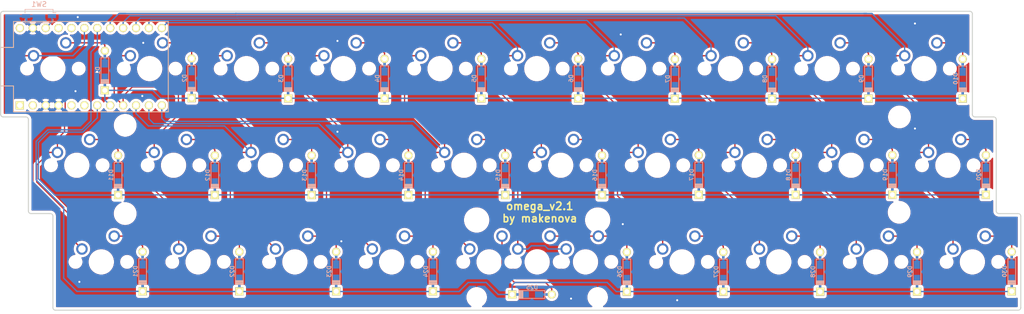
<source format=kicad_pcb>
(kicad_pcb (version 20171130) (host pcbnew "(5.1.4-0-10_14)")
  (layers (0 F.Cu signal) (31 B.Cu signal) (34 B.Paste user) (35 F.Paste user) (36 B.SilkS user) (37 F.SilkS user) (38 B.Mask user) (39 F.Mask user) (44 Edge.Cuts user))
  (net 0 "")
  (net 1 GND)
  (net 2 +5V)
  (net 3 "Net-(D1-Pad2)")
  (net 4 ROW0)
  (net 5 "Net-(D2-Pad2)")
  (net 6 "Net-(D3-Pad2)")
  (net 7 "Net-(D4-Pad2)")
  (net 8 "Net-(D5-Pad2)")
  (net 9 "Net-(D6-Pad2)")
  (net 10 "Net-(D7-Pad2)")
  (net 11 "Net-(D8-Pad2)")
  (net 12 "Net-(D9-Pad2)")
  (net 13 "Net-(D10-Pad2)")
  (net 14 "Net-(D11-Pad2)")
  (net 15 ROW1)
  (net 16 "Net-(D12-Pad2)")
  (net 17 "Net-(D13-Pad2)")
  (net 18 "Net-(D14-Pad2)")
  (net 19 "Net-(D15-Pad2)")
  (net 20 "Net-(D16-Pad2)")
  (net 21 "Net-(D17-Pad2)")
  (net 22 "Net-(D18-Pad2)")
  (net 23 "Net-(D19-Pad2)")
  (net 24 "Net-(D20-Pad2)")
  (net 25 "Net-(D21-Pad2)")
  (net 26 ROW2)
  (net 27 "Net-(D22-Pad2)")
  (net 28 "Net-(D23-Pad2)")
  (net 29 "Net-(D24-Pad2)")
  (net 30 "Net-(D25-Pad2)")
  (net 31 "Net-(D26-Pad2)")
  (net 32 "Net-(D27-Pad2)")
  (net 33 "Net-(D28-Pad2)")
  (net 34 "Net-(D29-Pad2)")
  (net 35 COL0)
  (net 36 COL1)
  (net 37 COL2)
  (net 38 COL3)
  (net 39 COL4)
  (net 40 COL5)
  (net 41 COL6)
  (net 42 COL7)
  (net 43 COL8)
  (net 44 COL9)
  (net 45 "Net-(U1-Pad24)")
  (net 46 "Net-(U1-Pad2)")
  (net 47 "Net-(U1-Pad1)")
  (net 48 "Net-(D30-Pad2)")
  (net 49 "Net-(U1-Pad20)")
  (net 50 "Net-(SW1-Pad1)")
  (net 51 "Net-(U1-Pad6)")
  (net 52 "Net-(U1-Pad5)")
  (module MountingHole:MountingHole_3.5mm (layer F.Cu) (at 232.156 60.452)
    (fp_text reference H4 hide)
    (fp_text value Hole)
    (pad 1 np_thru_hole circle (at 0 0) (size 3.5 3.5) (drill 3.5) (layers *.Cu *.Mask))
  )
  (module MountingHole:MountingHole_3.5mm (layer F.Cu) (at 79.756 79.502)
    (fp_text reference H3 hide)
    (fp_text value Hole)
    (pad 1 np_thru_hole circle (at 0 0) (size 3.5 3.5) (drill 3.5) (layers *.Cu *.Mask))
  )
  (module MountingHole:MountingHole_3.5mm (layer F.Cu) (at 232.0925 79.248)
    (fp_text reference H2 hide)
    (fp_text value Hole)
    (pad 1 np_thru_hole circle (at 0 0) (size 3.5 3.5) (drill 3.5) (layers *.Cu *.Mask))
  )
  (module MountingHole:MountingHole_3.5mm (layer F.Cu) (at 79.756 62.103)
    (fp_text reference H1 hide)
    (fp_text value Hole)
    (pad 1 np_thru_hole circle (at 0 0) (size 3.5 3.5) (drill 3.5) (layers *.Cu *.Mask))
  )
  (module Button_Switch_SMD:SW_DIP_SPSTx01_Slide_Copal_CHS-01A_W5.08mm_P1.27mm_JPin (layer B.Cu) (at 62.8015 40.5765 180)
    (fp_text reference SW1 (at 0 2.33) (layer B.SilkS) (effects (justify mirror)))
    (fp_text value SW_Push)
    (pad 2 smd rect (at 2.54 0 180) (size 1.6 0.76) (layers B.Cu B.Paste B.Mask) (net 1 GND))
    (pad 1 smd rect (at -2.54 0 180) (size 1.6 0.76) (layers B.Cu B.Paste B.Mask) (net 50 "Net-(SW1-Pad1)"))
  )
  (module Keebio-Parts:Diode-Hybrid-Back (layer F.Cu) (at 111.8235 52.8955 270)
    (fp_text reference D3 (at -0.0254 1.4 270) (layer B.SilkS) (effects (font (size 0.8 0.8)) (justify mirror)))
    (fp_text value D_Small hide)
    (pad 1 thru_hole rect (at 3.9 0 270) (size 1.6 1.6) (drill 1) (layers *.Cu *.Mask F.SilkS) (net 4 ROW0))
    (pad 2 thru_hole circle (at -3.9 0 270) (size 1.6 1.6) (drill 1) (layers *.Cu *.Mask F.SilkS) (net 6 "Net-(D3-Pad2)"))
    (pad 1 smd rect (at 2.5 0 270) (size 2.9 0.5) (layers B.Cu) (net 4 ROW0))
    (pad 1 smd rect (at 1.4 0 270) (size 1.6 1.2) (layers B.Cu B.Paste B.Mask) (net 4 ROW0))
    (pad 2 smd rect (at -1.4 0 270) (size 1.6 1.2) (layers B.Cu B.Paste B.Mask) (net 6 "Net-(D3-Pad2)"))
    (pad 2 smd rect (at -2.5 0 270) (size 2.9 0.5) (layers B.Cu) (net 6 "Net-(D3-Pad2)"))
  )
  (module Keebio-Parts:Diode-Hybrid-Back (layer F.Cu) (at 75.7555 51.308 270)
    (fp_text reference D1 (at -0.0254 1.4 270) (layer B.SilkS) (effects (font (size 0.8 0.8)) (justify mirror)))
    (fp_text value D_Small hide)
    (pad 1 thru_hole rect (at 3.9 0 270) (size 1.6 1.6) (drill 1) (layers *.Cu *.Mask F.SilkS) (net 4 ROW0))
    (pad 2 thru_hole circle (at -3.9 0 270) (size 1.6 1.6) (drill 1) (layers *.Cu *.Mask F.SilkS) (net 3 "Net-(D1-Pad2)"))
    (pad 1 smd rect (at 2.5 0 270) (size 2.9 0.5) (layers B.Cu) (net 4 ROW0))
    (pad 1 smd rect (at 1.4 0 270) (size 1.6 1.2) (layers B.Cu B.Paste B.Mask) (net 4 ROW0))
    (pad 2 smd rect (at -1.4 0 270) (size 1.6 1.2) (layers B.Cu B.Paste B.Mask) (net 3 "Net-(D1-Pad2)"))
    (pad 2 smd rect (at -2.5 0 270) (size 2.9 0.5) (layers B.Cu) (net 3 "Net-(D1-Pad2)"))
  )
  (module Keebio-Parts:Diode-Hybrid-Back (layer F.Cu) (at 254.254 90.932 270)
    (fp_text reference D30 (at -0.0254 1.4 270) (layer B.SilkS) (effects (font (size 0.8 0.8)) (justify mirror)))
    (fp_text value D_Small hide)
    (pad 1 thru_hole rect (at 3.9 0 270) (size 1.6 1.6) (drill 1) (layers *.Cu *.Mask F.SilkS) (net 26 ROW2))
    (pad 2 thru_hole circle (at -3.9 0 270) (size 1.6 1.6) (drill 1) (layers *.Cu *.Mask F.SilkS) (net 48 "Net-(D30-Pad2)"))
    (pad 1 smd rect (at 2.5 0 270) (size 2.9 0.5) (layers B.Cu) (net 26 ROW2))
    (pad 1 smd rect (at 1.4 0 270) (size 1.6 1.2) (layers B.Cu B.Paste B.Mask) (net 26 ROW2))
    (pad 2 smd rect (at -1.4 0 270) (size 1.6 1.2) (layers B.Cu B.Paste B.Mask) (net 48 "Net-(D30-Pad2)"))
    (pad 2 smd rect (at -2.5 0 270) (size 2.9 0.5) (layers B.Cu) (net 48 "Net-(D30-Pad2)"))
  )
  (module Keebio-Parts:Diode-Hybrid-Back (layer F.Cu) (at 235.6104 90.9828 270)
    (fp_text reference D29 (at -0.0254 1.4 270) (layer B.SilkS) (effects (font (size 0.8 0.8)) (justify mirror)))
    (fp_text value D_Small hide)
    (pad 1 thru_hole rect (at 3.9 0 270) (size 1.6 1.6) (drill 1) (layers *.Cu *.Mask F.SilkS) (net 26 ROW2))
    (pad 2 thru_hole circle (at -3.9 0 270) (size 1.6 1.6) (drill 1) (layers *.Cu *.Mask F.SilkS) (net 34 "Net-(D29-Pad2)"))
    (pad 1 smd rect (at 2.5 0 270) (size 2.9 0.5) (layers B.Cu) (net 26 ROW2))
    (pad 1 smd rect (at 1.4 0 270) (size 1.6 1.2) (layers B.Cu B.Paste B.Mask) (net 26 ROW2))
    (pad 2 smd rect (at -1.4 0 270) (size 1.6 1.2) (layers B.Cu B.Paste B.Mask) (net 34 "Net-(D29-Pad2)"))
    (pad 2 smd rect (at -2.5 0 270) (size 2.9 0.5) (layers B.Cu) (net 34 "Net-(D29-Pad2)"))
  )
  (module Keebio-Parts:Diode-Hybrid-Back (layer F.Cu) (at 216.535 90.9955 270)
    (fp_text reference D28 (at -0.0254 1.4 270) (layer B.SilkS) (effects (font (size 0.8 0.8)) (justify mirror)))
    (fp_text value D_Small hide)
    (pad 1 thru_hole rect (at 3.9 0 270) (size 1.6 1.6) (drill 1) (layers *.Cu *.Mask F.SilkS) (net 26 ROW2))
    (pad 2 thru_hole circle (at -3.9 0 270) (size 1.6 1.6) (drill 1) (layers *.Cu *.Mask F.SilkS) (net 33 "Net-(D28-Pad2)"))
    (pad 1 smd rect (at 2.5 0 270) (size 2.9 0.5) (layers B.Cu) (net 26 ROW2))
    (pad 1 smd rect (at 1.4 0 270) (size 1.6 1.2) (layers B.Cu B.Paste B.Mask) (net 26 ROW2))
    (pad 2 smd rect (at -1.4 0 270) (size 1.6 1.2) (layers B.Cu B.Paste B.Mask) (net 33 "Net-(D28-Pad2)"))
    (pad 2 smd rect (at -2.5 0 270) (size 2.9 0.5) (layers B.Cu) (net 33 "Net-(D28-Pad2)"))
  )
  (module Keebio-Parts:Diode-Hybrid-Back (layer F.Cu) (at 197.485 90.9955 270)
    (fp_text reference D27 (at -0.0254 1.4 270) (layer B.SilkS) (effects (font (size 0.8 0.8)) (justify mirror)))
    (fp_text value D_Small hide)
    (pad 1 thru_hole rect (at 3.9 0 270) (size 1.6 1.6) (drill 1) (layers *.Cu *.Mask F.SilkS) (net 26 ROW2))
    (pad 2 thru_hole circle (at -3.9 0 270) (size 1.6 1.6) (drill 1) (layers *.Cu *.Mask F.SilkS) (net 32 "Net-(D27-Pad2)"))
    (pad 1 smd rect (at 2.5 0 270) (size 2.9 0.5) (layers B.Cu) (net 26 ROW2))
    (pad 1 smd rect (at 1.4 0 270) (size 1.6 1.2) (layers B.Cu B.Paste B.Mask) (net 26 ROW2))
    (pad 2 smd rect (at -1.4 0 270) (size 1.6 1.2) (layers B.Cu B.Paste B.Mask) (net 32 "Net-(D27-Pad2)"))
    (pad 2 smd rect (at -2.5 0 270) (size 2.9 0.5) (layers B.Cu) (net 32 "Net-(D27-Pad2)"))
  )
  (module Keebio-Parts:Diode-Hybrid-Back (layer F.Cu) (at 178.4985 90.9955 270)
    (fp_text reference D26 (at -0.0254 1.4 270) (layer B.SilkS) (effects (font (size 0.8 0.8)) (justify mirror)))
    (fp_text value D_Small hide)
    (pad 1 thru_hole rect (at 3.9 0 270) (size 1.6 1.6) (drill 1) (layers *.Cu *.Mask F.SilkS) (net 26 ROW2))
    (pad 2 thru_hole circle (at -3.9 0 270) (size 1.6 1.6) (drill 1) (layers *.Cu *.Mask F.SilkS) (net 31 "Net-(D26-Pad2)"))
    (pad 1 smd rect (at 2.5 0 270) (size 2.9 0.5) (layers B.Cu) (net 26 ROW2))
    (pad 1 smd rect (at 1.4 0 270) (size 1.6 1.2) (layers B.Cu B.Paste B.Mask) (net 26 ROW2))
    (pad 2 smd rect (at -1.4 0 270) (size 1.6 1.2) (layers B.Cu B.Paste B.Mask) (net 31 "Net-(D26-Pad2)"))
    (pad 2 smd rect (at -2.5 0 270) (size 2.9 0.5) (layers B.Cu) (net 31 "Net-(D26-Pad2)"))
  )
  (module Keebio-Parts:Diode-Hybrid-Back (layer F.Cu) (at 159.8168 95.4532 180)
    (fp_text reference D25 (at -0.0254 1.4 180) (layer B.SilkS) (effects (font (size 0.8 0.8)) (justify mirror)))
    (fp_text value D_Small hide)
    (pad 2 smd rect (at -2.5 0 180) (size 2.9 0.5) (layers B.Cu) (net 30 "Net-(D25-Pad2)"))
    (pad 2 smd rect (at -1.4 0 180) (size 1.6 1.2) (layers B.Cu B.Paste B.Mask) (net 30 "Net-(D25-Pad2)"))
    (pad 1 smd rect (at 1.4 0 180) (size 1.6 1.2) (layers B.Cu B.Paste B.Mask) (net 26 ROW2))
    (pad 1 smd rect (at 2.5 0 180) (size 2.9 0.5) (layers B.Cu) (net 26 ROW2))
    (pad 2 thru_hole circle (at -3.9 0 180) (size 1.6 1.6) (drill 1) (layers *.Cu *.Mask F.SilkS) (net 30 "Net-(D25-Pad2)"))
    (pad 1 thru_hole rect (at 3.9 0 180) (size 1.6 1.6) (drill 1) (layers *.Cu *.Mask F.SilkS) (net 26 ROW2))
  )
  (module Keebio-Parts:Diode-Hybrid-Back (layer F.Cu) (at 140.335 90.932 270)
    (fp_text reference D24 (at -0.0254 1.4 270) (layer B.SilkS) (effects (font (size 0.8 0.8)) (justify mirror)))
    (fp_text value D_Small hide)
    (pad 1 thru_hole rect (at 3.9 0 270) (size 1.6 1.6) (drill 1) (layers *.Cu *.Mask F.SilkS) (net 26 ROW2))
    (pad 2 thru_hole circle (at -3.9 0 270) (size 1.6 1.6) (drill 1) (layers *.Cu *.Mask F.SilkS) (net 29 "Net-(D24-Pad2)"))
    (pad 1 smd rect (at 2.5 0 270) (size 2.9 0.5) (layers B.Cu) (net 26 ROW2))
    (pad 1 smd rect (at 1.4 0 270) (size 1.6 1.2) (layers B.Cu B.Paste B.Mask) (net 26 ROW2))
    (pad 2 smd rect (at -1.4 0 270) (size 1.6 1.2) (layers B.Cu B.Paste B.Mask) (net 29 "Net-(D24-Pad2)"))
    (pad 2 smd rect (at -2.5 0 270) (size 2.9 0.5) (layers B.Cu) (net 29 "Net-(D24-Pad2)"))
  )
  (module Keebio-Parts:Diode-Hybrid-Back (layer F.Cu) (at 121.285 90.932 270)
    (fp_text reference D23 (at -0.0254 1.4 270) (layer B.SilkS) (effects (font (size 0.8 0.8)) (justify mirror)))
    (fp_text value D_Small hide)
    (pad 1 thru_hole rect (at 3.9 0 270) (size 1.6 1.6) (drill 1) (layers *.Cu *.Mask F.SilkS) (net 26 ROW2))
    (pad 2 thru_hole circle (at -3.9 0 270) (size 1.6 1.6) (drill 1) (layers *.Cu *.Mask F.SilkS) (net 28 "Net-(D23-Pad2)"))
    (pad 1 smd rect (at 2.5 0 270) (size 2.9 0.5) (layers B.Cu) (net 26 ROW2))
    (pad 1 smd rect (at 1.4 0 270) (size 1.6 1.2) (layers B.Cu B.Paste B.Mask) (net 26 ROW2))
    (pad 2 smd rect (at -1.4 0 270) (size 1.6 1.2) (layers B.Cu B.Paste B.Mask) (net 28 "Net-(D23-Pad2)"))
    (pad 2 smd rect (at -2.5 0 270) (size 2.9 0.5) (layers B.Cu) (net 28 "Net-(D23-Pad2)"))
  )
  (module Keebio-Parts:Diode-Hybrid-Back (layer F.Cu) (at 102.235 90.932 270)
    (fp_text reference D22 (at -0.0254 1.4 270) (layer B.SilkS) (effects (font (size 0.8 0.8)) (justify mirror)))
    (fp_text value D_Small hide)
    (pad 1 thru_hole rect (at 3.9 0 270) (size 1.6 1.6) (drill 1) (layers *.Cu *.Mask F.SilkS) (net 26 ROW2))
    (pad 2 thru_hole circle (at -3.9 0 270) (size 1.6 1.6) (drill 1) (layers *.Cu *.Mask F.SilkS) (net 27 "Net-(D22-Pad2)"))
    (pad 1 smd rect (at 2.5 0 270) (size 2.9 0.5) (layers B.Cu) (net 26 ROW2))
    (pad 1 smd rect (at 1.4 0 270) (size 1.6 1.2) (layers B.Cu B.Paste B.Mask) (net 26 ROW2))
    (pad 2 smd rect (at -1.4 0 270) (size 1.6 1.2) (layers B.Cu B.Paste B.Mask) (net 27 "Net-(D22-Pad2)"))
    (pad 2 smd rect (at -2.5 0 270) (size 2.9 0.5) (layers B.Cu) (net 27 "Net-(D22-Pad2)"))
  )
  (module Keebio-Parts:Diode-Hybrid-Back (layer F.Cu) (at 83.185 90.932 270)
    (fp_text reference D21 (at -0.0254 1.4 270) (layer B.SilkS) (effects (font (size 0.8 0.8)) (justify mirror)))
    (fp_text value D_Small hide)
    (pad 1 thru_hole rect (at 3.9 0 270) (size 1.6 1.6) (drill 1) (layers *.Cu *.Mask F.SilkS) (net 26 ROW2))
    (pad 2 thru_hole circle (at -3.9 0 270) (size 1.6 1.6) (drill 1) (layers *.Cu *.Mask F.SilkS) (net 25 "Net-(D21-Pad2)"))
    (pad 1 smd rect (at 2.5 0 270) (size 2.9 0.5) (layers B.Cu) (net 26 ROW2))
    (pad 1 smd rect (at 1.4 0 270) (size 1.6 1.2) (layers B.Cu B.Paste B.Mask) (net 26 ROW2))
    (pad 2 smd rect (at -1.4 0 270) (size 1.6 1.2) (layers B.Cu B.Paste B.Mask) (net 25 "Net-(D21-Pad2)"))
    (pad 2 smd rect (at -2.5 0 270) (size 2.9 0.5) (layers B.Cu) (net 25 "Net-(D21-Pad2)"))
  )
  (module Keebio-Parts:Diode-Hybrid-Back (layer F.Cu) (at 249.174 71.882 270)
    (fp_text reference D20 (at -0.0254 1.4 270) (layer B.SilkS) (effects (font (size 0.8 0.8)) (justify mirror)))
    (fp_text value D_Small hide)
    (pad 1 thru_hole rect (at 3.9 0 270) (size 1.6 1.6) (drill 1) (layers *.Cu *.Mask F.SilkS) (net 15 ROW1))
    (pad 2 thru_hole circle (at -3.9 0 270) (size 1.6 1.6) (drill 1) (layers *.Cu *.Mask F.SilkS) (net 24 "Net-(D20-Pad2)"))
    (pad 1 smd rect (at 2.5 0 270) (size 2.9 0.5) (layers B.Cu) (net 15 ROW1))
    (pad 1 smd rect (at 1.4 0 270) (size 1.6 1.2) (layers B.Cu B.Paste B.Mask) (net 15 ROW1))
    (pad 2 smd rect (at -1.4 0 270) (size 1.6 1.2) (layers B.Cu B.Paste B.Mask) (net 24 "Net-(D20-Pad2)"))
    (pad 2 smd rect (at -2.5 0 270) (size 2.9 0.5) (layers B.Cu) (net 24 "Net-(D20-Pad2)"))
  )
  (module Keebio-Parts:Diode-Hybrid-Back (layer F.Cu) (at 230.759 71.882 270)
    (fp_text reference D19 (at -0.0254 1.4 270) (layer B.SilkS) (effects (font (size 0.8 0.8)) (justify mirror)))
    (fp_text value D_Small hide)
    (pad 1 thru_hole rect (at 3.9 0 270) (size 1.6 1.6) (drill 1) (layers *.Cu *.Mask F.SilkS) (net 15 ROW1))
    (pad 2 thru_hole circle (at -3.9 0 270) (size 1.6 1.6) (drill 1) (layers *.Cu *.Mask F.SilkS) (net 23 "Net-(D19-Pad2)"))
    (pad 1 smd rect (at 2.5 0 270) (size 2.9 0.5) (layers B.Cu) (net 15 ROW1))
    (pad 1 smd rect (at 1.4 0 270) (size 1.6 1.2) (layers B.Cu B.Paste B.Mask) (net 15 ROW1))
    (pad 2 smd rect (at -1.4 0 270) (size 1.6 1.2) (layers B.Cu B.Paste B.Mask) (net 23 "Net-(D19-Pad2)"))
    (pad 2 smd rect (at -2.5 0 270) (size 2.9 0.5) (layers B.Cu) (net 23 "Net-(D19-Pad2)"))
  )
  (module Keebio-Parts:Diode-Hybrid-Back (layer F.Cu) (at 211.709 71.882 270)
    (fp_text reference D18 (at -0.0254 1.4 270) (layer B.SilkS) (effects (font (size 0.8 0.8)) (justify mirror)))
    (fp_text value D_Small hide)
    (pad 1 thru_hole rect (at 3.9 0 270) (size 1.6 1.6) (drill 1) (layers *.Cu *.Mask F.SilkS) (net 15 ROW1))
    (pad 2 thru_hole circle (at -3.9 0 270) (size 1.6 1.6) (drill 1) (layers *.Cu *.Mask F.SilkS) (net 22 "Net-(D18-Pad2)"))
    (pad 1 smd rect (at 2.5 0 270) (size 2.9 0.5) (layers B.Cu) (net 15 ROW1))
    (pad 1 smd rect (at 1.4 0 270) (size 1.6 1.2) (layers B.Cu B.Paste B.Mask) (net 15 ROW1))
    (pad 2 smd rect (at -1.4 0 270) (size 1.6 1.2) (layers B.Cu B.Paste B.Mask) (net 22 "Net-(D18-Pad2)"))
    (pad 2 smd rect (at -2.5 0 270) (size 2.9 0.5) (layers B.Cu) (net 22 "Net-(D18-Pad2)"))
  )
  (module Keebio-Parts:Diode-Hybrid-Back (layer F.Cu) (at 192.659 71.882 270)
    (fp_text reference D17 (at -0.0254 1.4 270) (layer B.SilkS) (effects (font (size 0.8 0.8)) (justify mirror)))
    (fp_text value D_Small hide)
    (pad 1 thru_hole rect (at 3.9 0 270) (size 1.6 1.6) (drill 1) (layers *.Cu *.Mask F.SilkS) (net 15 ROW1))
    (pad 2 thru_hole circle (at -3.9 0 270) (size 1.6 1.6) (drill 1) (layers *.Cu *.Mask F.SilkS) (net 21 "Net-(D17-Pad2)"))
    (pad 1 smd rect (at 2.5 0 270) (size 2.9 0.5) (layers B.Cu) (net 15 ROW1))
    (pad 1 smd rect (at 1.4 0 270) (size 1.6 1.2) (layers B.Cu B.Paste B.Mask) (net 15 ROW1))
    (pad 2 smd rect (at -1.4 0 270) (size 1.6 1.2) (layers B.Cu B.Paste B.Mask) (net 21 "Net-(D17-Pad2)"))
    (pad 2 smd rect (at -2.5 0 270) (size 2.9 0.5) (layers B.Cu) (net 21 "Net-(D17-Pad2)"))
  )
  (module Keebio-Parts:Diode-Hybrid-Back (layer F.Cu) (at 173.609 71.9455 270)
    (fp_text reference D16 (at -0.0254 1.4 270) (layer B.SilkS) (effects (font (size 0.8 0.8)) (justify mirror)))
    (fp_text value D_Small hide)
    (pad 1 thru_hole rect (at 3.9 0 270) (size 1.6 1.6) (drill 1) (layers *.Cu *.Mask F.SilkS) (net 15 ROW1))
    (pad 2 thru_hole circle (at -3.9 0 270) (size 1.6 1.6) (drill 1) (layers *.Cu *.Mask F.SilkS) (net 20 "Net-(D16-Pad2)"))
    (pad 1 smd rect (at 2.5 0 270) (size 2.9 0.5) (layers B.Cu) (net 15 ROW1))
    (pad 1 smd rect (at 1.4 0 270) (size 1.6 1.2) (layers B.Cu B.Paste B.Mask) (net 15 ROW1))
    (pad 2 smd rect (at -1.4 0 270) (size 1.6 1.2) (layers B.Cu B.Paste B.Mask) (net 20 "Net-(D16-Pad2)"))
    (pad 2 smd rect (at -2.5 0 270) (size 2.9 0.5) (layers B.Cu) (net 20 "Net-(D16-Pad2)"))
  )
  (module Keebio-Parts:Diode-Hybrid-Back (layer F.Cu) (at 154.559 71.9455 270)
    (fp_text reference D15 (at -0.0254 1.4 270) (layer B.SilkS) (effects (font (size 0.8 0.8)) (justify mirror)))
    (fp_text value D_Small hide)
    (pad 1 thru_hole rect (at 3.9 0 270) (size 1.6 1.6) (drill 1) (layers *.Cu *.Mask F.SilkS) (net 15 ROW1))
    (pad 2 thru_hole circle (at -3.9 0 270) (size 1.6 1.6) (drill 1) (layers *.Cu *.Mask F.SilkS) (net 19 "Net-(D15-Pad2)"))
    (pad 1 smd rect (at 2.5 0 270) (size 2.9 0.5) (layers B.Cu) (net 15 ROW1))
    (pad 1 smd rect (at 1.4 0 270) (size 1.6 1.2) (layers B.Cu B.Paste B.Mask) (net 15 ROW1))
    (pad 2 smd rect (at -1.4 0 270) (size 1.6 1.2) (layers B.Cu B.Paste B.Mask) (net 19 "Net-(D15-Pad2)"))
    (pad 2 smd rect (at -2.5 0 270) (size 2.9 0.5) (layers B.Cu) (net 19 "Net-(D15-Pad2)"))
  )
  (module Keebio-Parts:Diode-Hybrid-Back (layer F.Cu) (at 135.509 71.9455 270)
    (fp_text reference D14 (at -0.0254 1.4 270) (layer B.SilkS) (effects (font (size 0.8 0.8)) (justify mirror)))
    (fp_text value D_Small hide)
    (pad 1 thru_hole rect (at 3.9 0 270) (size 1.6 1.6) (drill 1) (layers *.Cu *.Mask F.SilkS) (net 15 ROW1))
    (pad 2 thru_hole circle (at -3.9 0 270) (size 1.6 1.6) (drill 1) (layers *.Cu *.Mask F.SilkS) (net 18 "Net-(D14-Pad2)"))
    (pad 1 smd rect (at 2.5 0 270) (size 2.9 0.5) (layers B.Cu) (net 15 ROW1))
    (pad 1 smd rect (at 1.4 0 270) (size 1.6 1.2) (layers B.Cu B.Paste B.Mask) (net 15 ROW1))
    (pad 2 smd rect (at -1.4 0 270) (size 1.6 1.2) (layers B.Cu B.Paste B.Mask) (net 18 "Net-(D14-Pad2)"))
    (pad 2 smd rect (at -2.5 0 270) (size 2.9 0.5) (layers B.Cu) (net 18 "Net-(D14-Pad2)"))
  )
  (module Keebio-Parts:Diode-Hybrid-Back (layer F.Cu) (at 116.459 71.9455 270)
    (fp_text reference D13 (at -0.0254 1.4 270) (layer B.SilkS) (effects (font (size 0.8 0.8)) (justify mirror)))
    (fp_text value D_Small hide)
    (pad 1 thru_hole rect (at 3.9 0 270) (size 1.6 1.6) (drill 1) (layers *.Cu *.Mask F.SilkS) (net 15 ROW1))
    (pad 2 thru_hole circle (at -3.9 0 270) (size 1.6 1.6) (drill 1) (layers *.Cu *.Mask F.SilkS) (net 17 "Net-(D13-Pad2)"))
    (pad 1 smd rect (at 2.5 0 270) (size 2.9 0.5) (layers B.Cu) (net 15 ROW1))
    (pad 1 smd rect (at 1.4 0 270) (size 1.6 1.2) (layers B.Cu B.Paste B.Mask) (net 15 ROW1))
    (pad 2 smd rect (at -1.4 0 270) (size 1.6 1.2) (layers B.Cu B.Paste B.Mask) (net 17 "Net-(D13-Pad2)"))
    (pad 2 smd rect (at -2.5 0 270) (size 2.9 0.5) (layers B.Cu) (net 17 "Net-(D13-Pad2)"))
  )
  (module Keebio-Parts:Diode-Hybrid-Back (layer F.Cu) (at 97.409 71.9455 270)
    (fp_text reference D12 (at -0.0254 1.4 270) (layer B.SilkS) (effects (font (size 0.8 0.8)) (justify mirror)))
    (fp_text value D_Small hide)
    (pad 1 thru_hole rect (at 3.9 0 270) (size 1.6 1.6) (drill 1) (layers *.Cu *.Mask F.SilkS) (net 15 ROW1))
    (pad 2 thru_hole circle (at -3.9 0 270) (size 1.6 1.6) (drill 1) (layers *.Cu *.Mask F.SilkS) (net 16 "Net-(D12-Pad2)"))
    (pad 1 smd rect (at 2.5 0 270) (size 2.9 0.5) (layers B.Cu) (net 15 ROW1))
    (pad 1 smd rect (at 1.4 0 270) (size 1.6 1.2) (layers B.Cu B.Paste B.Mask) (net 15 ROW1))
    (pad 2 smd rect (at -1.4 0 270) (size 1.6 1.2) (layers B.Cu B.Paste B.Mask) (net 16 "Net-(D12-Pad2)"))
    (pad 2 smd rect (at -2.5 0 270) (size 2.9 0.5) (layers B.Cu) (net 16 "Net-(D12-Pad2)"))
  )
  (module Keebio-Parts:Diode-Hybrid-Back (layer F.Cu) (at 78.359 71.9455 270)
    (fp_text reference D11 (at -0.0254 1.4 270) (layer B.SilkS) (effects (font (size 0.8 0.8)) (justify mirror)))
    (fp_text value D_Small hide)
    (pad 1 thru_hole rect (at 3.9 0 270) (size 1.6 1.6) (drill 1) (layers *.Cu *.Mask F.SilkS) (net 15 ROW1))
    (pad 2 thru_hole circle (at -3.9 0 270) (size 1.6 1.6) (drill 1) (layers *.Cu *.Mask F.SilkS) (net 14 "Net-(D11-Pad2)"))
    (pad 1 smd rect (at 2.5 0 270) (size 2.9 0.5) (layers B.Cu) (net 15 ROW1))
    (pad 1 smd rect (at 1.4 0 270) (size 1.6 1.2) (layers B.Cu B.Paste B.Mask) (net 15 ROW1))
    (pad 2 smd rect (at -1.4 0 270) (size 1.6 1.2) (layers B.Cu B.Paste B.Mask) (net 14 "Net-(D11-Pad2)"))
    (pad 2 smd rect (at -2.5 0 270) (size 2.9 0.5) (layers B.Cu) (net 14 "Net-(D11-Pad2)"))
  )
  (module Keebio-Parts:Diode-Hybrid-Back (layer F.Cu) (at 244.602 52.9336 270)
    (fp_text reference D10 (at -0.0254 1.4 270) (layer B.SilkS) (effects (font (size 0.8 0.8)) (justify mirror)))
    (fp_text value D_Small hide)
    (pad 1 thru_hole rect (at 3.9 0 270) (size 1.6 1.6) (drill 1) (layers *.Cu *.Mask F.SilkS) (net 4 ROW0))
    (pad 2 thru_hole circle (at -3.9 0 270) (size 1.6 1.6) (drill 1) (layers *.Cu *.Mask F.SilkS) (net 13 "Net-(D10-Pad2)"))
    (pad 1 smd rect (at 2.5 0 270) (size 2.9 0.5) (layers B.Cu) (net 4 ROW0))
    (pad 1 smd rect (at 1.4 0 270) (size 1.6 1.2) (layers B.Cu B.Paste B.Mask) (net 4 ROW0))
    (pad 2 smd rect (at -1.4 0 270) (size 1.6 1.2) (layers B.Cu B.Paste B.Mask) (net 13 "Net-(D10-Pad2)"))
    (pad 2 smd rect (at -2.5 0 270) (size 2.9 0.5) (layers B.Cu) (net 13 "Net-(D10-Pad2)"))
  )
  (module Keebio-Parts:Diode-Hybrid-Back (layer F.Cu) (at 226.06 52.9336 270)
    (fp_text reference D9 (at -0.0254 1.4 270) (layer B.SilkS) (effects (font (size 0.8 0.8)) (justify mirror)))
    (fp_text value D_Small hide)
    (pad 1 thru_hole rect (at 3.9 0 270) (size 1.6 1.6) (drill 1) (layers *.Cu *.Mask F.SilkS) (net 4 ROW0))
    (pad 2 thru_hole circle (at -3.9 0 270) (size 1.6 1.6) (drill 1) (layers *.Cu *.Mask F.SilkS) (net 12 "Net-(D9-Pad2)"))
    (pad 1 smd rect (at 2.5 0 270) (size 2.9 0.5) (layers B.Cu) (net 4 ROW0))
    (pad 1 smd rect (at 1.4 0 270) (size 1.6 1.2) (layers B.Cu B.Paste B.Mask) (net 4 ROW0))
    (pad 2 smd rect (at -1.4 0 270) (size 1.6 1.2) (layers B.Cu B.Paste B.Mask) (net 12 "Net-(D9-Pad2)"))
    (pad 2 smd rect (at -2.5 0 270) (size 2.9 0.5) (layers B.Cu) (net 12 "Net-(D9-Pad2)"))
  )
  (module Keebio-Parts:Diode-Hybrid-Back (layer F.Cu) (at 207.0735 52.959 270)
    (fp_text reference D8 (at -0.0254 1.4 270) (layer B.SilkS) (effects (font (size 0.8 0.8)) (justify mirror)))
    (fp_text value D_Small hide)
    (pad 1 thru_hole rect (at 3.9 0 270) (size 1.6 1.6) (drill 1) (layers *.Cu *.Mask F.SilkS) (net 4 ROW0))
    (pad 2 thru_hole circle (at -3.9 0 270) (size 1.6 1.6) (drill 1) (layers *.Cu *.Mask F.SilkS) (net 11 "Net-(D8-Pad2)"))
    (pad 1 smd rect (at 2.5 0 270) (size 2.9 0.5) (layers B.Cu) (net 4 ROW0))
    (pad 1 smd rect (at 1.4 0 270) (size 1.6 1.2) (layers B.Cu B.Paste B.Mask) (net 4 ROW0))
    (pad 2 smd rect (at -1.4 0 270) (size 1.6 1.2) (layers B.Cu B.Paste B.Mask) (net 11 "Net-(D8-Pad2)"))
    (pad 2 smd rect (at -2.5 0 270) (size 2.9 0.5) (layers B.Cu) (net 11 "Net-(D8-Pad2)"))
  )
  (module Keebio-Parts:Diode-Hybrid-Back (layer F.Cu) (at 187.96 52.959 270)
    (fp_text reference D7 (at -0.0254 1.4 270) (layer B.SilkS) (effects (font (size 0.8 0.8)) (justify mirror)))
    (fp_text value D_Small hide)
    (pad 1 thru_hole rect (at 3.9 0 270) (size 1.6 1.6) (drill 1) (layers *.Cu *.Mask F.SilkS) (net 4 ROW0))
    (pad 2 thru_hole circle (at -3.9 0 270) (size 1.6 1.6) (drill 1) (layers *.Cu *.Mask F.SilkS) (net 10 "Net-(D7-Pad2)"))
    (pad 1 smd rect (at 2.5 0 270) (size 2.9 0.5) (layers B.Cu) (net 4 ROW0))
    (pad 1 smd rect (at 1.4 0 270) (size 1.6 1.2) (layers B.Cu B.Paste B.Mask) (net 4 ROW0))
    (pad 2 smd rect (at -1.4 0 270) (size 1.6 1.2) (layers B.Cu B.Paste B.Mask) (net 10 "Net-(D7-Pad2)"))
    (pad 2 smd rect (at -2.5 0 270) (size 2.9 0.5) (layers B.Cu) (net 10 "Net-(D7-Pad2)"))
  )
  (module Keebio-Parts:Diode-Hybrid-Back (layer F.Cu) (at 168.91 52.8955 270)
    (fp_text reference D6 (at -0.0254 1.4 270) (layer B.SilkS) (effects (font (size 0.8 0.8)) (justify mirror)))
    (fp_text value D_Small hide)
    (pad 1 thru_hole rect (at 3.9 0 270) (size 1.6 1.6) (drill 1) (layers *.Cu *.Mask F.SilkS) (net 4 ROW0))
    (pad 2 thru_hole circle (at -3.9 0 270) (size 1.6 1.6) (drill 1) (layers *.Cu *.Mask F.SilkS) (net 9 "Net-(D6-Pad2)"))
    (pad 1 smd rect (at 2.5 0 270) (size 2.9 0.5) (layers B.Cu) (net 4 ROW0))
    (pad 1 smd rect (at 1.4 0 270) (size 1.6 1.2) (layers B.Cu B.Paste B.Mask) (net 4 ROW0))
    (pad 2 smd rect (at -1.4 0 270) (size 1.6 1.2) (layers B.Cu B.Paste B.Mask) (net 9 "Net-(D6-Pad2)"))
    (pad 2 smd rect (at -2.5 0 270) (size 2.9 0.5) (layers B.Cu) (net 9 "Net-(D6-Pad2)"))
  )
  (module Keebio-Parts:Diode-Hybrid-Back (layer F.Cu) (at 149.86 52.8955 270)
    (fp_text reference D5 (at -0.0254 1.4 270) (layer B.SilkS) (effects (font (size 0.8 0.8)) (justify mirror)))
    (fp_text value D_Small hide)
    (pad 1 thru_hole rect (at 3.9 0 270) (size 1.6 1.6) (drill 1) (layers *.Cu *.Mask F.SilkS) (net 4 ROW0))
    (pad 2 thru_hole circle (at -3.9 0 270) (size 1.6 1.6) (drill 1) (layers *.Cu *.Mask F.SilkS) (net 8 "Net-(D5-Pad2)"))
    (pad 1 smd rect (at 2.5 0 270) (size 2.9 0.5) (layers B.Cu) (net 4 ROW0))
    (pad 1 smd rect (at 1.4 0 270) (size 1.6 1.2) (layers B.Cu B.Paste B.Mask) (net 4 ROW0))
    (pad 2 smd rect (at -1.4 0 270) (size 1.6 1.2) (layers B.Cu B.Paste B.Mask) (net 8 "Net-(D5-Pad2)"))
    (pad 2 smd rect (at -2.5 0 270) (size 2.9 0.5) (layers B.Cu) (net 8 "Net-(D5-Pad2)"))
  )
  (module Keebio-Parts:Diode-Hybrid-Back (layer F.Cu) (at 130.81 52.8955 270)
    (fp_text reference D4 (at -0.0254 1.4 270) (layer B.SilkS) (effects (font (size 0.8 0.8)) (justify mirror)))
    (fp_text value D_Small hide)
    (pad 1 thru_hole rect (at 3.9 0 270) (size 1.6 1.6) (drill 1) (layers *.Cu *.Mask F.SilkS) (net 4 ROW0))
    (pad 2 thru_hole circle (at -3.9 0 270) (size 1.6 1.6) (drill 1) (layers *.Cu *.Mask F.SilkS) (net 7 "Net-(D4-Pad2)"))
    (pad 1 smd rect (at 2.5 0 270) (size 2.9 0.5) (layers B.Cu) (net 4 ROW0))
    (pad 1 smd rect (at 1.4 0 270) (size 1.6 1.2) (layers B.Cu B.Paste B.Mask) (net 4 ROW0))
    (pad 2 smd rect (at -1.4 0 270) (size 1.6 1.2) (layers B.Cu B.Paste B.Mask) (net 7 "Net-(D4-Pad2)"))
    (pad 2 smd rect (at -2.5 0 270) (size 2.9 0.5) (layers B.Cu) (net 7 "Net-(D4-Pad2)"))
  )
  (module Keebio-Parts:Diode-Hybrid-Back (layer F.Cu) (at 92.837 52.832 270)
    (fp_text reference D2 (at -0.0254 1.4 270) (layer B.SilkS) (effects (font (size 0.8 0.8)) (justify mirror)))
    (fp_text value D_Small hide)
    (pad 1 thru_hole rect (at 3.9 0 270) (size 1.6 1.6) (drill 1) (layers *.Cu *.Mask F.SilkS) (net 4 ROW0))
    (pad 2 thru_hole circle (at -3.9 0 270) (size 1.6 1.6) (drill 1) (layers *.Cu *.Mask F.SilkS) (net 5 "Net-(D2-Pad2)"))
    (pad 1 smd rect (at 2.5 0 270) (size 2.9 0.5) (layers B.Cu) (net 4 ROW0))
    (pad 1 smd rect (at 1.4 0 270) (size 1.6 1.2) (layers B.Cu B.Paste B.Mask) (net 4 ROW0))
    (pad 2 smd rect (at -1.4 0 270) (size 1.6 1.2) (layers B.Cu B.Paste B.Mask) (net 5 "Net-(D2-Pad2)"))
    (pad 2 smd rect (at -2.5 0 270) (size 2.9 0.5) (layers B.Cu) (net 5 "Net-(D2-Pad2)"))
  )
  (module MX_Only:MXOnly-2U-ReversedStabilizers-NoLED (layer F.Cu) (at 160.8455 89.027)
    (fp_text reference MX31)
    (fp_text value MX-NoLED)
    (pad 2 thru_hole circle (at 2.54 -5.08) (size 2.25 2.25) (drill 1.47) (layers *.Cu B.Mask) (net 31 "Net-(D26-Pad2)"))
    (pad "" np_thru_hole circle (at 0 0) (size 3.9878 3.9878) (drill 3.9878) (layers *.Cu *.Mask))
    (pad 1 thru_hole circle (at -3.81 -2.54) (size 2.25 2.25) (drill 1.47) (layers *.Cu B.Mask) (net 40 COL5))
    (pad "" np_thru_hole circle (at -5.08 0 48.0996) (size 1.75 1.75) (drill 1.75) (layers *.Cu *.Mask))
    (pad "" np_thru_hole circle (at 5.08 0 48.0996) (size 1.75 1.75) (drill 1.75) (layers *.Cu *.Mask))
    (pad "" np_thru_hole circle (at -11.90625 6.985) (size 3.048 3.048) (drill 3.048) (layers *.Cu *.Mask))
    (pad "" np_thru_hole circle (at 11.90625 6.985) (size 3.048 3.048) (drill 3.048) (layers *.Cu *.Mask))
    (pad "" np_thru_hole circle (at -11.90625 -8.255) (size 3.9878 3.9878) (drill 3.9878) (layers *.Cu *.Mask))
    (pad "" np_thru_hole circle (at 11.90625 -8.255) (size 3.9878 3.9878) (drill 3.9878) (layers *.Cu *.Mask))
  )
  (module MX_Only:MXOnly-1U-NoLED (layer F.Cu) (at 70.231 69.977)
    (fp_text reference MX11)
    (fp_text value MX-NoLED)
    (pad 2 thru_hole circle (at 2.54 -5.08) (size 2.25 2.25) (drill 1.47) (layers *.Cu B.Mask) (net 14 "Net-(D11-Pad2)"))
    (pad "" np_thru_hole circle (at 0 0) (size 3.9878 3.9878) (drill 3.9878) (layers *.Cu *.Mask))
    (pad 1 thru_hole circle (at -3.81 -2.54) (size 2.25 2.25) (drill 1.47) (layers *.Cu B.Mask) (net 35 COL0))
    (pad "" np_thru_hole circle (at -5.08 0 48.0996) (size 1.75 1.75) (drill 1.75) (layers *.Cu *.Mask))
    (pad "" np_thru_hole circle (at 5.08 0 48.0996) (size 1.75 1.75) (drill 1.75) (layers *.Cu *.Mask))
  )
  (module MX_Only:MXOnly-1U-NoLED (layer F.Cu) (at 236.982 50.927)
    (fp_text reference MX10)
    (fp_text value MX-NoLED)
    (pad 2 thru_hole circle (at 2.54 -5.08) (size 2.25 2.25) (drill 1.47) (layers *.Cu B.Mask) (net 13 "Net-(D10-Pad2)"))
    (pad "" np_thru_hole circle (at 0 0) (size 3.9878 3.9878) (drill 3.9878) (layers *.Cu *.Mask))
    (pad 1 thru_hole circle (at -3.81 -2.54) (size 2.25 2.25) (drill 1.47) (layers *.Cu B.Mask) (net 44 COL9))
    (pad "" np_thru_hole circle (at -5.08 0 48.0996) (size 1.75 1.75) (drill 1.75) (layers *.Cu *.Mask))
    (pad "" np_thru_hole circle (at 5.08 0 48.0996) (size 1.75 1.75) (drill 1.75) (layers *.Cu *.Mask))
  )
  (module MX_Only:MXOnly-1U-NoLED (layer F.Cu) (at 227.457 89.027)
    (fp_text reference MX29)
    (fp_text value MX-NoLED)
    (pad 2 thru_hole circle (at 2.54 -5.08) (size 2.25 2.25) (drill 1.47) (layers *.Cu B.Mask) (net 34 "Net-(D29-Pad2)"))
    (pad "" np_thru_hole circle (at 0 0) (size 3.9878 3.9878) (drill 3.9878) (layers *.Cu *.Mask))
    (pad 1 thru_hole circle (at -3.81 -2.54) (size 2.25 2.25) (drill 1.47) (layers *.Cu B.Mask) (net 43 COL8))
    (pad "" np_thru_hole circle (at -5.08 0 48.0996) (size 1.75 1.75) (drill 1.75) (layers *.Cu *.Mask))
    (pad "" np_thru_hole circle (at 5.08 0 48.0996) (size 1.75 1.75) (drill 1.75) (layers *.Cu *.Mask))
  )
  (module MX_Only:MXOnly-1U-NoLED (layer F.Cu) (at 189.357 89.027)
    (fp_text reference MX27)
    (fp_text value MX-NoLED)
    (pad 2 thru_hole circle (at 2.54 -5.08) (size 2.25 2.25) (drill 1.47) (layers *.Cu B.Mask) (net 32 "Net-(D27-Pad2)"))
    (pad "" np_thru_hole circle (at 0 0) (size 3.9878 3.9878) (drill 3.9878) (layers *.Cu *.Mask))
    (pad 1 thru_hole circle (at -3.81 -2.54) (size 2.25 2.25) (drill 1.47) (layers *.Cu B.Mask) (net 41 COL6))
    (pad "" np_thru_hole circle (at -5.08 0 48.0996) (size 1.75 1.75) (drill 1.75) (layers *.Cu *.Mask))
    (pad "" np_thru_hole circle (at 5.08 0 48.0996) (size 1.75 1.75) (drill 1.75) (layers *.Cu *.Mask))
  )
  (module MX_Only:MXOnly-1U-NoLED (layer F.Cu) (at 170.3578 89.027)
    (fp_text reference MX26)
    (fp_text value MX-NoLED)
    (pad 2 thru_hole circle (at 2.54 -5.08) (size 2.25 2.25) (drill 1.47) (layers *.Cu B.Mask) (net 31 "Net-(D26-Pad2)"))
    (pad "" np_thru_hole circle (at 0 0) (size 3.9878 3.9878) (drill 3.9878) (layers *.Cu *.Mask))
    (pad 1 thru_hole circle (at -3.81 -2.54) (size 2.25 2.25) (drill 1.47) (layers *.Cu B.Mask) (net 40 COL5))
    (pad "" np_thru_hole circle (at -5.08 0 48.0996) (size 1.75 1.75) (drill 1.75) (layers *.Cu *.Mask))
    (pad "" np_thru_hole circle (at 5.08 0 48.0996) (size 1.75 1.75) (drill 1.75) (layers *.Cu *.Mask))
  )
  (module MX_Only:MXOnly-1U-NoLED (layer F.Cu) (at 246.507 89.027)
    (fp_text reference MX30)
    (fp_text value MX-NoLED)
    (pad 2 thru_hole circle (at 2.54 -5.08) (size 2.25 2.25) (drill 1.47) (layers *.Cu B.Mask) (net 48 "Net-(D30-Pad2)"))
    (pad "" np_thru_hole circle (at 0 0) (size 3.9878 3.9878) (drill 3.9878) (layers *.Cu *.Mask))
    (pad 1 thru_hole circle (at -3.81 -2.54) (size 2.25 2.25) (drill 1.47) (layers *.Cu B.Mask) (net 44 COL9))
    (pad "" np_thru_hole circle (at -5.08 0 48.0996) (size 1.75 1.75) (drill 1.75) (layers *.Cu *.Mask))
    (pad "" np_thru_hole circle (at 5.08 0 48.0996) (size 1.75 1.75) (drill 1.75) (layers *.Cu *.Mask))
  )
  (module MX_Only:MXOnly-1U-NoLED (layer F.Cu) (at 208.407 89.027)
    (fp_text reference MX28)
    (fp_text value MX-NoLED)
    (pad 2 thru_hole circle (at 2.54 -5.08) (size 2.25 2.25) (drill 1.47) (layers *.Cu B.Mask) (net 33 "Net-(D28-Pad2)"))
    (pad "" np_thru_hole circle (at 0 0) (size 3.9878 3.9878) (drill 3.9878) (layers *.Cu *.Mask))
    (pad 1 thru_hole circle (at -3.81 -2.54) (size 2.25 2.25) (drill 1.47) (layers *.Cu B.Mask) (net 42 COL7))
    (pad "" np_thru_hole circle (at -5.08 0 48.0996) (size 1.75 1.75) (drill 1.75) (layers *.Cu *.Mask))
    (pad "" np_thru_hole circle (at 5.08 0 48.0996) (size 1.75 1.75) (drill 1.75) (layers *.Cu *.Mask))
  )
  (module MX_Only:MXOnly-1U-NoLED (layer F.Cu) (at 151.384 89.027)
    (fp_text reference MX25)
    (fp_text value MX-NoLED)
    (pad 2 thru_hole circle (at 2.54 -5.08) (size 2.25 2.25) (drill 1.47) (layers *.Cu B.Mask) (net 30 "Net-(D25-Pad2)"))
    (pad "" np_thru_hole circle (at 0 0) (size 3.9878 3.9878) (drill 3.9878) (layers *.Cu *.Mask))
    (pad 1 thru_hole circle (at -3.81 -2.54) (size 2.25 2.25) (drill 1.47) (layers *.Cu B.Mask) (net 39 COL4))
    (pad "" np_thru_hole circle (at -5.08 0 48.0996) (size 1.75 1.75) (drill 1.75) (layers *.Cu *.Mask))
    (pad "" np_thru_hole circle (at 5.08 0 48.0996) (size 1.75 1.75) (drill 1.75) (layers *.Cu *.Mask))
  )
  (module MX_Only:MXOnly-1U-NoLED (layer F.Cu) (at 132.207 89.027)
    (fp_text reference MX24)
    (fp_text value MX-NoLED)
    (pad 2 thru_hole circle (at 2.54 -5.08) (size 2.25 2.25) (drill 1.47) (layers *.Cu B.Mask) (net 29 "Net-(D24-Pad2)"))
    (pad "" np_thru_hole circle (at 0 0) (size 3.9878 3.9878) (drill 3.9878) (layers *.Cu *.Mask))
    (pad 1 thru_hole circle (at -3.81 -2.54) (size 2.25 2.25) (drill 1.47) (layers *.Cu B.Mask) (net 38 COL3))
    (pad "" np_thru_hole circle (at -5.08 0 48.0996) (size 1.75 1.75) (drill 1.75) (layers *.Cu *.Mask))
    (pad "" np_thru_hole circle (at 5.08 0 48.0996) (size 1.75 1.75) (drill 1.75) (layers *.Cu *.Mask))
  )
  (module MX_Only:MXOnly-1U-NoLED (layer F.Cu) (at 113.157 89.027)
    (fp_text reference MX23)
    (fp_text value MX-NoLED)
    (pad 2 thru_hole circle (at 2.54 -5.08) (size 2.25 2.25) (drill 1.47) (layers *.Cu B.Mask) (net 28 "Net-(D23-Pad2)"))
    (pad "" np_thru_hole circle (at 0 0) (size 3.9878 3.9878) (drill 3.9878) (layers *.Cu *.Mask))
    (pad 1 thru_hole circle (at -3.81 -2.54) (size 2.25 2.25) (drill 1.47) (layers *.Cu B.Mask) (net 37 COL2))
    (pad "" np_thru_hole circle (at -5.08 0 48.0996) (size 1.75 1.75) (drill 1.75) (layers *.Cu *.Mask))
    (pad "" np_thru_hole circle (at 5.08 0 48.0996) (size 1.75 1.75) (drill 1.75) (layers *.Cu *.Mask))
  )
  (module MX_Only:MXOnly-1U-NoLED (layer F.Cu) (at 94.107 89.027)
    (fp_text reference MX22)
    (fp_text value MX-NoLED)
    (pad 2 thru_hole circle (at 2.54 -5.08) (size 2.25 2.25) (drill 1.47) (layers *.Cu B.Mask) (net 27 "Net-(D22-Pad2)"))
    (pad "" np_thru_hole circle (at 0 0) (size 3.9878 3.9878) (drill 3.9878) (layers *.Cu *.Mask))
    (pad 1 thru_hole circle (at -3.81 -2.54) (size 2.25 2.25) (drill 1.47) (layers *.Cu B.Mask) (net 36 COL1))
    (pad "" np_thru_hole circle (at -5.08 0 48.0996) (size 1.75 1.75) (drill 1.75) (layers *.Cu *.Mask))
    (pad "" np_thru_hole circle (at 5.08 0 48.0996) (size 1.75 1.75) (drill 1.75) (layers *.Cu *.Mask))
  )
  (module MX_Only:MXOnly-1U-NoLED (layer F.Cu) (at 75.057 89.027)
    (fp_text reference MX21)
    (fp_text value MX-NoLED)
    (pad 2 thru_hole circle (at 2.54 -5.08) (size 2.25 2.25) (drill 1.47) (layers *.Cu B.Mask) (net 25 "Net-(D21-Pad2)"))
    (pad "" np_thru_hole circle (at 0 0) (size 3.9878 3.9878) (drill 3.9878) (layers *.Cu *.Mask))
    (pad 1 thru_hole circle (at -3.81 -2.54) (size 2.25 2.25) (drill 1.47) (layers *.Cu B.Mask) (net 35 COL0))
    (pad "" np_thru_hole circle (at -5.08 0 48.0996) (size 1.75 1.75) (drill 1.75) (layers *.Cu *.Mask))
    (pad "" np_thru_hole circle (at 5.08 0 48.0996) (size 1.75 1.75) (drill 1.75) (layers *.Cu *.Mask))
  )
  (module MX_Only:MXOnly-1U-NoLED (layer F.Cu) (at 241.681 69.977)
    (fp_text reference MX20)
    (fp_text value MX-NoLED)
    (pad 2 thru_hole circle (at 2.54 -5.08) (size 2.25 2.25) (drill 1.47) (layers *.Cu B.Mask) (net 24 "Net-(D20-Pad2)"))
    (pad "" np_thru_hole circle (at 0 0) (size 3.9878 3.9878) (drill 3.9878) (layers *.Cu *.Mask))
    (pad 1 thru_hole circle (at -3.81 -2.54) (size 2.25 2.25) (drill 1.47) (layers *.Cu B.Mask) (net 44 COL9))
    (pad "" np_thru_hole circle (at -5.08 0 48.0996) (size 1.75 1.75) (drill 1.75) (layers *.Cu *.Mask))
    (pad "" np_thru_hole circle (at 5.08 0 48.0996) (size 1.75 1.75) (drill 1.75) (layers *.Cu *.Mask))
  )
  (module MX_Only:MXOnly-1U-NoLED (layer F.Cu) (at 222.631 69.977)
    (fp_text reference MX19)
    (fp_text value MX-NoLED)
    (pad 2 thru_hole circle (at 2.54 -5.08) (size 2.25 2.25) (drill 1.47) (layers *.Cu B.Mask) (net 23 "Net-(D19-Pad2)"))
    (pad "" np_thru_hole circle (at 0 0) (size 3.9878 3.9878) (drill 3.9878) (layers *.Cu *.Mask))
    (pad 1 thru_hole circle (at -3.81 -2.54) (size 2.25 2.25) (drill 1.47) (layers *.Cu B.Mask) (net 43 COL8))
    (pad "" np_thru_hole circle (at -5.08 0 48.0996) (size 1.75 1.75) (drill 1.75) (layers *.Cu *.Mask))
    (pad "" np_thru_hole circle (at 5.08 0 48.0996) (size 1.75 1.75) (drill 1.75) (layers *.Cu *.Mask))
  )
  (module MX_Only:MXOnly-1U-NoLED (layer F.Cu) (at 203.581 69.977)
    (fp_text reference MX18)
    (fp_text value MX-NoLED)
    (pad 2 thru_hole circle (at 2.54 -5.08) (size 2.25 2.25) (drill 1.47) (layers *.Cu B.Mask) (net 22 "Net-(D18-Pad2)"))
    (pad "" np_thru_hole circle (at 0 0) (size 3.9878 3.9878) (drill 3.9878) (layers *.Cu *.Mask))
    (pad 1 thru_hole circle (at -3.81 -2.54) (size 2.25 2.25) (drill 1.47) (layers *.Cu B.Mask) (net 42 COL7))
    (pad "" np_thru_hole circle (at -5.08 0 48.0996) (size 1.75 1.75) (drill 1.75) (layers *.Cu *.Mask))
    (pad "" np_thru_hole circle (at 5.08 0 48.0996) (size 1.75 1.75) (drill 1.75) (layers *.Cu *.Mask))
  )
  (module MX_Only:MXOnly-1U-NoLED (layer F.Cu) (at 184.531 69.977)
    (fp_text reference MX17)
    (fp_text value MX-NoLED)
    (pad 2 thru_hole circle (at 2.54 -5.08) (size 2.25 2.25) (drill 1.47) (layers *.Cu B.Mask) (net 21 "Net-(D17-Pad2)"))
    (pad "" np_thru_hole circle (at 0 0) (size 3.9878 3.9878) (drill 3.9878) (layers *.Cu *.Mask))
    (pad 1 thru_hole circle (at -3.81 -2.54) (size 2.25 2.25) (drill 1.47) (layers *.Cu B.Mask) (net 41 COL6))
    (pad "" np_thru_hole circle (at -5.08 0 48.0996) (size 1.75 1.75) (drill 1.75) (layers *.Cu *.Mask))
    (pad "" np_thru_hole circle (at 5.08 0 48.0996) (size 1.75 1.75) (drill 1.75) (layers *.Cu *.Mask))
  )
  (module MX_Only:MXOnly-1U-NoLED (layer F.Cu) (at 165.481 69.977)
    (fp_text reference MX16)
    (fp_text value MX-NoLED)
    (pad 2 thru_hole circle (at 2.54 -5.08) (size 2.25 2.25) (drill 1.47) (layers *.Cu B.Mask) (net 20 "Net-(D16-Pad2)"))
    (pad "" np_thru_hole circle (at 0 0) (size 3.9878 3.9878) (drill 3.9878) (layers *.Cu *.Mask))
    (pad 1 thru_hole circle (at -3.81 -2.54) (size 2.25 2.25) (drill 1.47) (layers *.Cu B.Mask) (net 40 COL5))
    (pad "" np_thru_hole circle (at -5.08 0 48.0996) (size 1.75 1.75) (drill 1.75) (layers *.Cu *.Mask))
    (pad "" np_thru_hole circle (at 5.08 0 48.0996) (size 1.75 1.75) (drill 1.75) (layers *.Cu *.Mask))
  )
  (module MX_Only:MXOnly-1U-NoLED (layer F.Cu) (at 146.431 69.977)
    (fp_text reference MX15)
    (fp_text value MX-NoLED)
    (pad 2 thru_hole circle (at 2.54 -5.08) (size 2.25 2.25) (drill 1.47) (layers *.Cu B.Mask) (net 19 "Net-(D15-Pad2)"))
    (pad "" np_thru_hole circle (at 0 0) (size 3.9878 3.9878) (drill 3.9878) (layers *.Cu *.Mask))
    (pad 1 thru_hole circle (at -3.81 -2.54) (size 2.25 2.25) (drill 1.47) (layers *.Cu B.Mask) (net 39 COL4))
    (pad "" np_thru_hole circle (at -5.08 0 48.0996) (size 1.75 1.75) (drill 1.75) (layers *.Cu *.Mask))
    (pad "" np_thru_hole circle (at 5.08 0 48.0996) (size 1.75 1.75) (drill 1.75) (layers *.Cu *.Mask))
  )
  (module MX_Only:MXOnly-1U-NoLED (layer F.Cu) (at 127.381 69.977)
    (fp_text reference MX14)
    (fp_text value MX-NoLED)
    (pad 2 thru_hole circle (at 2.54 -5.08) (size 2.25 2.25) (drill 1.47) (layers *.Cu B.Mask) (net 18 "Net-(D14-Pad2)"))
    (pad "" np_thru_hole circle (at 0 0) (size 3.9878 3.9878) (drill 3.9878) (layers *.Cu *.Mask))
    (pad 1 thru_hole circle (at -3.81 -2.54) (size 2.25 2.25) (drill 1.47) (layers *.Cu B.Mask) (net 38 COL3))
    (pad "" np_thru_hole circle (at -5.08 0 48.0996) (size 1.75 1.75) (drill 1.75) (layers *.Cu *.Mask))
    (pad "" np_thru_hole circle (at 5.08 0 48.0996) (size 1.75 1.75) (drill 1.75) (layers *.Cu *.Mask))
  )
  (module MX_Only:MXOnly-1U-NoLED (layer F.Cu) (at 108.331 69.977)
    (fp_text reference MX13)
    (fp_text value MX-NoLED)
    (pad 2 thru_hole circle (at 2.54 -5.08) (size 2.25 2.25) (drill 1.47) (layers *.Cu B.Mask) (net 17 "Net-(D13-Pad2)"))
    (pad "" np_thru_hole circle (at 0 0) (size 3.9878 3.9878) (drill 3.9878) (layers *.Cu *.Mask))
    (pad 1 thru_hole circle (at -3.81 -2.54) (size 2.25 2.25) (drill 1.47) (layers *.Cu B.Mask) (net 37 COL2))
    (pad "" np_thru_hole circle (at -5.08 0 48.0996) (size 1.75 1.75) (drill 1.75) (layers *.Cu *.Mask))
    (pad "" np_thru_hole circle (at 5.08 0 48.0996) (size 1.75 1.75) (drill 1.75) (layers *.Cu *.Mask))
  )
  (module MX_Only:MXOnly-1U-NoLED (layer F.Cu) (at 89.281 69.977)
    (fp_text reference MX12)
    (fp_text value MX-NoLED)
    (pad 2 thru_hole circle (at 2.54 -5.08) (size 2.25 2.25) (drill 1.47) (layers *.Cu B.Mask) (net 16 "Net-(D12-Pad2)"))
    (pad "" np_thru_hole circle (at 0 0) (size 3.9878 3.9878) (drill 3.9878) (layers *.Cu *.Mask))
    (pad 1 thru_hole circle (at -3.81 -2.54) (size 2.25 2.25) (drill 1.47) (layers *.Cu B.Mask) (net 36 COL1))
    (pad "" np_thru_hole circle (at -5.08 0 48.0996) (size 1.75 1.75) (drill 1.75) (layers *.Cu *.Mask))
    (pad "" np_thru_hole circle (at 5.08 0 48.0996) (size 1.75 1.75) (drill 1.75) (layers *.Cu *.Mask))
  )
  (module MX_Only:MXOnly-1U-NoLED (layer F.Cu) (at 217.932 50.927)
    (fp_text reference MX9)
    (fp_text value MX-NoLED)
    (pad 2 thru_hole circle (at 2.54 -5.08) (size 2.25 2.25) (drill 1.47) (layers *.Cu B.Mask) (net 12 "Net-(D9-Pad2)"))
    (pad "" np_thru_hole circle (at 0 0) (size 3.9878 3.9878) (drill 3.9878) (layers *.Cu *.Mask))
    (pad 1 thru_hole circle (at -3.81 -2.54) (size 2.25 2.25) (drill 1.47) (layers *.Cu B.Mask) (net 43 COL8))
    (pad "" np_thru_hole circle (at -5.08 0 48.0996) (size 1.75 1.75) (drill 1.75) (layers *.Cu *.Mask))
    (pad "" np_thru_hole circle (at 5.08 0 48.0996) (size 1.75 1.75) (drill 1.75) (layers *.Cu *.Mask))
  )
  (module MX_Only:MXOnly-1U-NoLED (layer F.Cu) (at 198.882 50.927)
    (fp_text reference MX8)
    (fp_text value MX-NoLED)
    (pad 2 thru_hole circle (at 2.54 -5.08) (size 2.25 2.25) (drill 1.47) (layers *.Cu B.Mask) (net 11 "Net-(D8-Pad2)"))
    (pad "" np_thru_hole circle (at 0 0) (size 3.9878 3.9878) (drill 3.9878) (layers *.Cu *.Mask))
    (pad 1 thru_hole circle (at -3.81 -2.54) (size 2.25 2.25) (drill 1.47) (layers *.Cu B.Mask) (net 42 COL7))
    (pad "" np_thru_hole circle (at -5.08 0 48.0996) (size 1.75 1.75) (drill 1.75) (layers *.Cu *.Mask))
    (pad "" np_thru_hole circle (at 5.08 0 48.0996) (size 1.75 1.75) (drill 1.75) (layers *.Cu *.Mask))
  )
  (module MX_Only:MXOnly-1U-NoLED (layer F.Cu) (at 179.832 50.927)
    (fp_text reference MX7)
    (fp_text value MX-NoLED)
    (pad 2 thru_hole circle (at 2.54 -5.08) (size 2.25 2.25) (drill 1.47) (layers *.Cu B.Mask) (net 10 "Net-(D7-Pad2)"))
    (pad "" np_thru_hole circle (at 0 0) (size 3.9878 3.9878) (drill 3.9878) (layers *.Cu *.Mask))
    (pad 1 thru_hole circle (at -3.81 -2.54) (size 2.25 2.25) (drill 1.47) (layers *.Cu B.Mask) (net 41 COL6))
    (pad "" np_thru_hole circle (at -5.08 0 48.0996) (size 1.75 1.75) (drill 1.75) (layers *.Cu *.Mask))
    (pad "" np_thru_hole circle (at 5.08 0 48.0996) (size 1.75 1.75) (drill 1.75) (layers *.Cu *.Mask))
  )
  (module MX_Only:MXOnly-1U-NoLED (layer F.Cu) (at 160.782 50.927)
    (fp_text reference MX6)
    (fp_text value MX-NoLED)
    (pad 2 thru_hole circle (at 2.54 -5.08) (size 2.25 2.25) (drill 1.47) (layers *.Cu B.Mask) (net 9 "Net-(D6-Pad2)"))
    (pad "" np_thru_hole circle (at 0 0) (size 3.9878 3.9878) (drill 3.9878) (layers *.Cu *.Mask))
    (pad 1 thru_hole circle (at -3.81 -2.54) (size 2.25 2.25) (drill 1.47) (layers *.Cu B.Mask) (net 40 COL5))
    (pad "" np_thru_hole circle (at -5.08 0 48.0996) (size 1.75 1.75) (drill 1.75) (layers *.Cu *.Mask))
    (pad "" np_thru_hole circle (at 5.08 0 48.0996) (size 1.75 1.75) (drill 1.75) (layers *.Cu *.Mask))
  )
  (module MX_Only:MXOnly-1U-NoLED (layer F.Cu) (at 141.732 50.927)
    (fp_text reference MX5)
    (fp_text value MX-NoLED)
    (pad 2 thru_hole circle (at 2.54 -5.08) (size 2.25 2.25) (drill 1.47) (layers *.Cu B.Mask) (net 8 "Net-(D5-Pad2)"))
    (pad "" np_thru_hole circle (at 0 0) (size 3.9878 3.9878) (drill 3.9878) (layers *.Cu *.Mask))
    (pad 1 thru_hole circle (at -3.81 -2.54) (size 2.25 2.25) (drill 1.47) (layers *.Cu B.Mask) (net 39 COL4))
    (pad "" np_thru_hole circle (at -5.08 0 48.0996) (size 1.75 1.75) (drill 1.75) (layers *.Cu *.Mask))
    (pad "" np_thru_hole circle (at 5.08 0 48.0996) (size 1.75 1.75) (drill 1.75) (layers *.Cu *.Mask))
  )
  (module MX_Only:MXOnly-1U-NoLED (layer F.Cu) (at 122.682 50.927)
    (fp_text reference MX4)
    (fp_text value MX-NoLED)
    (pad 2 thru_hole circle (at 2.54 -5.08) (size 2.25 2.25) (drill 1.47) (layers *.Cu B.Mask) (net 7 "Net-(D4-Pad2)"))
    (pad "" np_thru_hole circle (at 0 0) (size 3.9878 3.9878) (drill 3.9878) (layers *.Cu *.Mask))
    (pad 1 thru_hole circle (at -3.81 -2.54) (size 2.25 2.25) (drill 1.47) (layers *.Cu B.Mask) (net 38 COL3))
    (pad "" np_thru_hole circle (at -5.08 0 48.0996) (size 1.75 1.75) (drill 1.75) (layers *.Cu *.Mask))
    (pad "" np_thru_hole circle (at 5.08 0 48.0996) (size 1.75 1.75) (drill 1.75) (layers *.Cu *.Mask))
  )
  (module MX_Only:MXOnly-1U-NoLED (layer F.Cu) (at 103.632 50.927)
    (fp_text reference MX3)
    (fp_text value MX-NoLED)
    (pad 2 thru_hole circle (at 2.54 -5.08) (size 2.25 2.25) (drill 1.47) (layers *.Cu B.Mask) (net 6 "Net-(D3-Pad2)"))
    (pad "" np_thru_hole circle (at 0 0) (size 3.9878 3.9878) (drill 3.9878) (layers *.Cu *.Mask))
    (pad 1 thru_hole circle (at -3.81 -2.54) (size 2.25 2.25) (drill 1.47) (layers *.Cu B.Mask) (net 37 COL2))
    (pad "" np_thru_hole circle (at -5.08 0 48.0996) (size 1.75 1.75) (drill 1.75) (layers *.Cu *.Mask))
    (pad "" np_thru_hole circle (at 5.08 0 48.0996) (size 1.75 1.75) (drill 1.75) (layers *.Cu *.Mask))
  )
  (module MX_Only:MXOnly-1U-NoLED (layer F.Cu) (at 84.582 50.927)
    (fp_text reference MX2)
    (fp_text value MX-NoLED)
    (pad 2 thru_hole circle (at 2.54 -5.08) (size 2.25 2.25) (drill 1.47) (layers *.Cu B.Mask) (net 5 "Net-(D2-Pad2)"))
    (pad "" np_thru_hole circle (at 0 0) (size 3.9878 3.9878) (drill 3.9878) (layers *.Cu *.Mask))
    (pad 1 thru_hole circle (at -3.81 -2.54) (size 2.25 2.25) (drill 1.47) (layers *.Cu B.Mask) (net 36 COL1))
    (pad "" np_thru_hole circle (at -5.08 0 48.0996) (size 1.75 1.75) (drill 1.75) (layers *.Cu *.Mask))
    (pad "" np_thru_hole circle (at 5.08 0 48.0996) (size 1.75 1.75) (drill 1.75) (layers *.Cu *.Mask))
  )
  (module MX_Only:MXOnly-1U-NoLED (layer F.Cu) (at 65.532 50.927)
    (fp_text reference MX1)
    (fp_text value MX-NoLED)
    (pad 2 thru_hole circle (at 2.54 -5.08) (size 2.25 2.25) (drill 1.47) (layers *.Cu B.Mask) (net 3 "Net-(D1-Pad2)"))
    (pad "" np_thru_hole circle (at 0 0) (size 3.9878 3.9878) (drill 3.9878) (layers *.Cu *.Mask))
    (pad 1 thru_hole circle (at -3.81 -2.54) (size 2.25 2.25) (drill 1.47) (layers *.Cu B.Mask) (net 35 COL0))
    (pad "" np_thru_hole circle (at -5.08 0 48.0996) (size 1.75 1.75) (drill 1.75) (layers *.Cu *.Mask))
    (pad "" np_thru_hole circle (at 5.08 0 48.0996) (size 1.75 1.75) (drill 1.75) (layers *.Cu *.Mask))
  )
  (module promicro:ProMicro (layer F.Cu) (at 72.9996 50.546)
    (fp_text reference U1 hide)
    (fp_text value ProMicro)
    (pad 24 thru_hole circle (at -13.97 -7.62) (size 1.6 1.6) (drill 1.1) (layers *.Cu *.Mask F.SilkS) (net 45 "Net-(U1-Pad24)"))
    (pad 23 thru_hole circle (at -11.43 -7.62) (size 1.6 1.6) (drill 1.1) (layers *.Cu *.Mask F.SilkS) (net 1 GND))
    (pad 22 thru_hole circle (at -8.89 -7.62) (size 1.6 1.6) (drill 1.1) (layers *.Cu *.Mask F.SilkS) (net 50 "Net-(SW1-Pad1)"))
    (pad 21 thru_hole circle (at -6.35 -7.62) (size 1.6 1.6) (drill 1.1) (layers *.Cu *.Mask F.SilkS) (net 2 +5V))
    (pad 20 thru_hole circle (at -3.81 -7.62) (size 1.6 1.6) (drill 1.1) (layers *.Cu *.Mask F.SilkS) (net 49 "Net-(U1-Pad20)"))
    (pad 19 thru_hole circle (at -1.27 -7.62) (size 1.6 1.6) (drill 1.1) (layers *.Cu *.Mask F.SilkS) (net 35 COL0))
    (pad 18 thru_hole circle (at 1.27 -7.62) (size 1.6 1.6) (drill 1.1) (layers *.Cu *.Mask F.SilkS) (net 26 ROW2))
    (pad 17 thru_hole circle (at 3.81 -7.62) (size 1.6 1.6) (drill 1.1) (layers *.Cu *.Mask F.SilkS) (net 44 COL9))
    (pad 16 thru_hole circle (at 6.35 -7.62) (size 1.6 1.6) (drill 1.1) (layers *.Cu *.Mask F.SilkS) (net 43 COL8))
    (pad 15 thru_hole circle (at 8.89 -7.62) (size 1.6 1.6) (drill 1.1) (layers *.Cu *.Mask F.SilkS) (net 42 COL7))
    (pad 14 thru_hole circle (at 11.43 -7.62) (size 1.6 1.6) (drill 1.1) (layers *.Cu *.Mask F.SilkS) (net 41 COL6))
    (pad 13 thru_hole circle (at 13.97 -7.62) (size 1.6 1.6) (drill 1.1) (layers *.Cu *.Mask F.SilkS) (net 40 COL5))
    (pad 12 thru_hole circle (at 13.97 7.62) (size 1.6 1.6) (drill 1.1) (layers *.Cu *.Mask F.SilkS) (net 39 COL4))
    (pad 11 thru_hole circle (at 11.43 7.62) (size 1.6 1.6) (drill 1.1) (layers *.Cu *.Mask F.SilkS) (net 38 COL3))
    (pad 10 thru_hole circle (at 8.89 7.62) (size 1.6 1.6) (drill 1.1) (layers *.Cu *.Mask F.SilkS) (net 37 COL2))
    (pad 9 thru_hole circle (at 6.35 7.62) (size 1.6 1.6) (drill 1.1) (layers *.Cu *.Mask F.SilkS) (net 36 COL1))
    (pad 8 thru_hole circle (at 3.81 7.62) (size 1.6 1.6) (drill 1.1) (layers *.Cu *.Mask F.SilkS) (net 4 ROW0))
    (pad 7 thru_hole circle (at 1.27 7.62) (size 1.6 1.6) (drill 1.1) (layers *.Cu *.Mask F.SilkS) (net 15 ROW1))
    (pad 6 thru_hole circle (at -1.27 7.62) (size 1.6 1.6) (drill 1.1) (layers *.Cu *.Mask F.SilkS) (net 51 "Net-(U1-Pad6)"))
    (pad 5 thru_hole circle (at -3.81 7.62) (size 1.6 1.6) (drill 1.1) (layers *.Cu *.Mask F.SilkS) (net 52 "Net-(U1-Pad5)"))
    (pad 4 thru_hole circle (at -6.35 7.62) (size 1.6 1.6) (drill 1.1) (layers *.Cu *.Mask F.SilkS) (net 1 GND))
    (pad 3 thru_hole circle (at -8.89 7.62) (size 1.6 1.6) (drill 1.1) (layers *.Cu *.Mask F.SilkS) (net 1 GND))
    (pad 2 thru_hole circle (at -11.43 7.62) (size 1.6 1.6) (drill 1.1) (layers *.Cu *.Mask F.SilkS) (net 46 "Net-(U1-Pad2)"))
    (pad 1 thru_hole rect (at -13.97 7.62) (size 1.6 1.6) (drill 1.1) (layers *.Cu *.Mask F.SilkS) (net 47 "Net-(U1-Pad1)"))
  )
  (gr_text "omega_v2.1\nby makenova" (at 161.3535 79.248) (layer F.SilkS) (effects (font (size 1.5 1.5) (thickness 0.3))))
  (gr_arc (start 55.753 40.132) (end 55.753 39.624) (angle -90) (layer Edge.Cuts) (width 0.2))
  (gr_arc (start 55.753 59.944) (end 55.245 59.944) (angle -90) (layer Edge.Cuts) (width 0.2))
  (gr_arc (start 60.198 60.96) (end 60.706 60.96) (angle -90) (layer Edge.Cuts) (width 0.2))
  (gr_arc (start 61.214 78.994) (end 60.706 78.994) (angle -90) (layer Edge.Cuts) (width 0.2))
  (gr_arc (start 65.024 80.01) (end 65.532 80.01) (angle -90) (layer Edge.Cuts) (width 0.2))
  (gr_arc (start 66.04 98.044) (end 65.532 98.044) (angle -90) (layer Edge.Cuts) (width 0.2))
  (gr_arc (start 255.524 98.044) (end 255.524 98.552) (angle -90) (layer Edge.Cuts) (width 0.2))
  (gr_arc (start 255.524 80.01) (end 256.032 80.01) (angle -90) (layer Edge.Cuts) (width 0.2))
  (gr_arc (start 251.714 78.994) (end 251.206 78.994) (angle -90) (layer Edge.Cuts) (width 0.2))
  (gr_arc (start 250.698 60.96) (end 251.206 60.96) (angle -90) (layer Edge.Cuts) (width 0.2))
  (gr_arc (start 247.015 59.944) (end 246.507 59.944) (angle -90) (layer Edge.Cuts) (width 0.2))
  (gr_arc (start 245.999 40.132) (end 246.507 40.132) (angle -90) (layer Edge.Cuts) (width 0.2))
  (gr_line (start 246.507 59.944) (end 246.507 40.132) (layer Edge.Cuts) (width 0.2))
  (gr_line (start 250.698 60.452) (end 247.015 60.452) (layer Edge.Cuts) (width 0.2))
  (gr_line (start 251.206 78.994) (end 251.206 60.96) (layer Edge.Cuts) (width 0.2))
  (gr_line (start 255.524 79.502) (end 251.714 79.502) (layer Edge.Cuts) (width 0.2))
  (gr_line (start 65.532 80.01) (end 65.532 98.044) (layer Edge.Cuts) (width 0.2))
  (gr_line (start 61.214 79.502) (end 65.024 79.502) (layer Edge.Cuts) (width 0.2))
  (gr_line (start 60.706 60.96) (end 60.706 78.994) (layer Edge.Cuts) (width 0.2))
  (gr_line (start 55.753 60.452) (end 60.198 60.452) (layer Edge.Cuts) (width 0.2))
  (gr_line (start 55.753 39.624) (end 245.999 39.624) (layer Edge.Cuts) (width 0.2))
  (gr_line (start 256.032 80.01) (end 256.032 98.044) (layer Edge.Cuts) (width 0.2))
  (gr_line (start 55.245 40.132) (end 55.245 59.944) (layer Edge.Cuts) (width 0.2))
  (gr_line (start 66.04 98.552) (end 255.524 98.552) (layer Edge.Cuts) (width 0.2))
  (via (at 70.739 92.964) (size 0.8) (drill 0.4) (layers F.Cu B.Cu) (net 1))
  (via (at 83.312 45.847) (size 0.8) (drill 0.4) (layers F.Cu B.Cu) (net 1))
  (via (at 235.204 42.037) (size 0.8) (drill 0.4) (layers F.Cu B.Cu) (net 1))
  (via (at 235.204 62.738) (size 0.8) (drill 0.4) (layers F.Cu B.Cu) (net 1))
  (via (at 177.292 44.196) (size 0.8) (drill 0.4) (layers F.Cu B.Cu) (net 1))
  (via (at 177.6984 81.5848) (size 0.8) (drill 0.4) (layers F.Cu B.Cu) (net 1))
  (via (at 121.539 45.466) (size 0.8) (drill 0.4) (layers F.Cu B.Cu) (net 1))
  (via (at 121.539 63.373) (size 0.8) (drill 0.4) (layers F.Cu B.Cu) (net 1))
  (via (at 122.301 84.963) (size 0.8) (drill 0.4) (layers F.Cu B.Cu) (net 1))
  (via (at 83.1215 56.3245) (size 0.8) (drill 0.4) (layers F.Cu B.Cu) (net 1))
  (via (at 69.977 55.372) (size 0.8) (drill 0.4) (layers F.Cu B.Cu) (net 1))
  (via (at 188.4045 96.5835) (size 0.8) (drill 0.4) (layers F.Cu B.Cu) (net 1))
  (via (at 167.513 96.266) (size 0.8) (drill 0.4) (layers F.Cu B.Cu) (net 1))
  (segment (start 60.2615 41.6179) (end 61.5696 42.926) (width 0.254) (layer B.Cu) (net 1))
  (segment (start 60.2615 40.5765) (end 60.2615 41.6179) (width 0.254) (layer B.Cu) (net 1))
  (via (at 70.4215 40.767) (size 0.8) (drill 0.4) (layers F.Cu B.Cu) (net 1))
  (via (at 74.2315 51.562) (size 0.8) (drill 0.4) (layers F.Cu B.Cu) (net 1))
  (segment (start 69.66299 45.847) (end 68.072 45.847) (width 0.254) (layer F.Cu) (net 3))
  (segment (start 75.32587 45.847) (end 69.66299 45.847) (width 0.254) (layer F.Cu) (net 3))
  (segment (start 75.7555 46.27663) (end 75.32587 45.847) (width 0.254) (layer F.Cu) (net 3))
  (segment (start 75.7555 47.408) (end 75.7555 46.27663) (width 0.254) (layer F.Cu) (net 3))
  (segment (start 93.891 56.769) (end 111.887 56.769) (width 0.254) (layer B.Cu) (net 4))
  (segment (start 92.837 56.769) (end 93.891 56.769) (width 0.254) (layer B.Cu) (net 4))
  (segment (start 243.967 56.769) (end 226.187 56.769) (width 0.254) (layer B.Cu) (net 4))
  (segment (start 226.187 56.769) (end 207.137 56.769) (width 0.254) (layer B.Cu) (net 4))
  (segment (start 207.137 56.769) (end 188.087 56.769) (width 0.254) (layer B.Cu) (net 4))
  (segment (start 188.087 56.769) (end 169.037 56.769) (width 0.254) (layer B.Cu) (net 4))
  (segment (start 167.983 56.769) (end 149.987 56.769) (width 0.254) (layer B.Cu) (net 4))
  (segment (start 169.037 56.769) (end 167.983 56.769) (width 0.254) (layer B.Cu) (net 4))
  (segment (start 149.987 56.769) (end 130.937 56.769) (width 0.254) (layer B.Cu) (net 4))
  (segment (start 130.937 56.769) (end 111.887 56.769) (width 0.254) (layer B.Cu) (net 4))
  (segment (start 88.011 56.769) (end 86.741 56.769) (width 0.254) (layer B.Cu) (net 4))
  (segment (start 92.837 56.769) (end 88.011 56.769) (width 0.254) (layer B.Cu) (net 4))
  (segment (start 88.011 56.769) (end 87.884 56.769) (width 0.254) (layer B.Cu) (net 4))
  (segment (start 75.7555 57.1119) (end 76.8096 58.166) (width 0.254) (layer B.Cu) (net 4))
  (segment (start 75.7555 55.208) (end 75.7555 57.1119) (width 0.254) (layer B.Cu) (net 4))
  (segment (start 85.18 55.208) (end 86.20125 56.22925) (width 0.254) (layer B.Cu) (net 4))
  (segment (start 75.7555 55.208) (end 85.18 55.208) (width 0.254) (layer B.Cu) (net 4))
  (segment (start 86.741 56.769) (end 86.20125 56.22925) (width 0.254) (layer B.Cu) (net 4))
  (segment (start 92.837 48.932) (end 92.837 46.5455) (width 0.254) (layer F.Cu) (net 5))
  (segment (start 92.1385 45.847) (end 87.122 45.847) (width 0.254) (layer F.Cu) (net 5))
  (segment (start 92.837 46.5455) (end 92.1385 45.847) (width 0.254) (layer F.Cu) (net 5))
  (segment (start 111.887 47.80063) (end 109.93337 45.847) (width 0.254) (layer F.Cu) (net 6))
  (segment (start 111.887 48.932) (end 111.887 47.80063) (width 0.254) (layer F.Cu) (net 6))
  (segment (start 109.93337 45.847) (end 108.712 45.847) (width 0.254) (layer F.Cu) (net 6))
  (segment (start 109.347 45.847) (end 108.712 45.847) (width 0.254) (layer F.Cu) (net 6))
  (segment (start 108.712 45.847) (end 106.172 45.847) (width 0.254) (layer F.Cu) (net 6))
  (segment (start 130.81 47.86413) (end 128.79287 45.847) (width 0.254) (layer F.Cu) (net 7))
  (segment (start 130.81 48.9955) (end 130.81 47.86413) (width 0.254) (layer F.Cu) (net 7))
  (segment (start 128.79287 45.847) (end 125.222 45.847) (width 0.254) (layer F.Cu) (net 7))
  (segment (start 149.86 47.86413) (end 147.84287 45.847) (width 0.254) (layer F.Cu) (net 8))
  (segment (start 149.86 48.9955) (end 149.86 47.86413) (width 0.254) (layer F.Cu) (net 8))
  (segment (start 147.84287 45.847) (end 144.272 45.847) (width 0.254) (layer F.Cu) (net 8))
  (segment (start 168.91 47.92763) (end 166.82937 45.847) (width 0.254) (layer F.Cu) (net 9))
  (segment (start 168.91 49.059) (end 168.91 47.92763) (width 0.254) (layer F.Cu) (net 9))
  (segment (start 166.82937 45.847) (end 163.322 45.847) (width 0.254) (layer F.Cu) (net 9))
  (segment (start 187.96 47.92763) (end 185.87937 45.847) (width 0.254) (layer F.Cu) (net 10))
  (segment (start 187.96 49.059) (end 187.96 47.92763) (width 0.254) (layer F.Cu) (net 10))
  (segment (start 185.87937 45.847) (end 182.372 45.847) (width 0.254) (layer F.Cu) (net 10))
  (segment (start 207.01 47.92763) (end 204.92937 45.847) (width 0.254) (layer F.Cu) (net 11))
  (segment (start 207.01 49.059) (end 207.01 47.92763) (width 0.254) (layer F.Cu) (net 11))
  (segment (start 204.92937 45.847) (end 201.422 45.847) (width 0.254) (layer F.Cu) (net 11))
  (segment (start 224.00477 45.847) (end 220.472 45.847) (width 0.254) (layer F.Cu) (net 12))
  (segment (start 226.06 47.90223) (end 224.00477 45.847) (width 0.254) (layer F.Cu) (net 12))
  (segment (start 226.06 49.0336) (end 226.06 47.90223) (width 0.254) (layer F.Cu) (net 12))
  (segment (start 239.522 45.847) (end 243.9162 45.847) (width 0.254) (layer F.Cu) (net 13))
  (segment (start 244.602 46.5328) (end 244.602 49.0336) (width 0.254) (layer F.Cu) (net 13))
  (segment (start 243.9162 45.847) (end 244.602 46.5328) (width 0.254) (layer F.Cu) (net 13))
  (segment (start 78.359 66.91413) (end 76.34187 64.897) (width 0.254) (layer F.Cu) (net 14))
  (segment (start 78.359 68.0455) (end 78.359 66.91413) (width 0.254) (layer F.Cu) (net 14))
  (segment (start 76.34187 64.897) (end 72.771 64.897) (width 0.254) (layer F.Cu) (net 14))
  (segment (start 80.518 75.819) (end 78.486 75.819) (width 0.254) (layer B.Cu) (net 15))
  (segment (start 78.486 75.819) (end 97.536 75.819) (width 0.254) (layer B.Cu) (net 15))
  (segment (start 248.666 75.819) (end 230.886 75.819) (width 0.254) (layer B.Cu) (net 15))
  (segment (start 230.886 75.819) (end 211.836 75.819) (width 0.254) (layer B.Cu) (net 15))
  (segment (start 211.836 75.819) (end 192.786 75.819) (width 0.254) (layer B.Cu) (net 15))
  (segment (start 192.786 75.819) (end 173.736 75.819) (width 0.254) (layer B.Cu) (net 15))
  (segment (start 172.682 75.819) (end 154.686 75.819) (width 0.254) (layer B.Cu) (net 15))
  (segment (start 173.736 75.819) (end 172.682 75.819) (width 0.254) (layer B.Cu) (net 15))
  (segment (start 154.686 75.819) (end 135.636 75.819) (width 0.254) (layer B.Cu) (net 15))
  (segment (start 135.636 75.819) (end 116.586 75.819) (width 0.254) (layer B.Cu) (net 15))
  (segment (start 116.586 75.819) (end 97.536 75.819) (width 0.254) (layer B.Cu) (net 15))
  (segment (start 78.359 75.8455) (end 65.883066 75.8455) (width 0.254) (layer B.Cu) (net 15))
  (segment (start 65.883066 75.8455) (end 62.68401 72.646444) (width 0.254) (layer B.Cu) (net 15))
  (segment (start 62.68401 72.646444) (end 62.68401 65.466056) (width 0.254) (layer B.Cu) (net 15))
  (segment (start 64.704056 63.44601) (end 71.44069 63.44601) (width 0.254) (layer B.Cu) (net 15))
  (segment (start 62.68401 65.466056) (end 64.704056 63.44601) (width 0.254) (layer B.Cu) (net 15))
  (segment (start 71.44069 63.44601) (end 74.2696 60.6171) (width 0.254) (layer B.Cu) (net 15))
  (segment (start 74.2696 58.166) (end 74.2696 60.6171) (width 0.254) (layer B.Cu) (net 15))
  (segment (start 97.409 66.91413) (end 95.39187 64.897) (width 0.254) (layer F.Cu) (net 16))
  (segment (start 97.409 68.0455) (end 97.409 66.91413) (width 0.254) (layer F.Cu) (net 16))
  (segment (start 95.39187 64.897) (end 91.821 64.897) (width 0.254) (layer F.Cu) (net 16))
  (segment (start 116.459 68.0455) (end 116.459 66.675) (width 0.254) (layer F.Cu) (net 17))
  (segment (start 116.459 66.675) (end 114.681 64.897) (width 0.254) (layer F.Cu) (net 17))
  (segment (start 114.681 64.897) (end 110.871 64.897) (width 0.254) (layer F.Cu) (net 17))
  (segment (start 135.509 66.91413) (end 133.49187 64.897) (width 0.254) (layer F.Cu) (net 18))
  (segment (start 135.509 68.0455) (end 135.509 66.91413) (width 0.254) (layer F.Cu) (net 18))
  (segment (start 133.49187 64.897) (end 129.921 64.897) (width 0.254) (layer F.Cu) (net 18))
  (segment (start 154.559 66.91413) (end 152.54187 64.897) (width 0.254) (layer F.Cu) (net 19))
  (segment (start 154.559 68.0455) (end 154.559 66.91413) (width 0.254) (layer F.Cu) (net 19))
  (segment (start 152.54187 64.897) (end 148.971 64.897) (width 0.254) (layer F.Cu) (net 19))
  (segment (start 173.609 66.91413) (end 171.59187 64.897) (width 0.254) (layer F.Cu) (net 20))
  (segment (start 173.609 68.0455) (end 173.609 66.91413) (width 0.254) (layer F.Cu) (net 20))
  (segment (start 171.59187 64.897) (end 168.021 64.897) (width 0.254) (layer F.Cu) (net 20))
  (segment (start 192.659 66.85063) (end 190.70537 64.897) (width 0.254) (layer F.Cu) (net 21))
  (segment (start 192.659 67.982) (end 192.659 66.85063) (width 0.254) (layer F.Cu) (net 21))
  (segment (start 190.70537 64.897) (end 187.071 64.897) (width 0.254) (layer F.Cu) (net 21))
  (segment (start 211.709 66.85063) (end 209.75537 64.897) (width 0.254) (layer F.Cu) (net 22))
  (segment (start 211.709 67.982) (end 211.709 66.85063) (width 0.254) (layer F.Cu) (net 22))
  (segment (start 209.75537 64.897) (end 206.121 64.897) (width 0.254) (layer F.Cu) (net 22))
  (segment (start 230.759 66.85063) (end 228.80537 64.897) (width 0.254) (layer F.Cu) (net 23))
  (segment (start 230.759 67.982) (end 230.759 66.85063) (width 0.254) (layer F.Cu) (net 23))
  (segment (start 228.80537 64.897) (end 225.171 64.897) (width 0.254) (layer F.Cu) (net 23))
  (segment (start 249.174 66.85063) (end 247.22037 64.897) (width 0.254) (layer F.Cu) (net 24))
  (segment (start 249.174 67.982) (end 249.174 66.85063) (width 0.254) (layer F.Cu) (net 24))
  (segment (start 247.22037 64.897) (end 244.221 64.897) (width 0.254) (layer F.Cu) (net 24))
  (segment (start 83.185 85.90063) (end 81.23137 83.947) (width 0.254) (layer F.Cu) (net 25))
  (segment (start 83.185 87.032) (end 83.185 85.90063) (width 0.254) (layer F.Cu) (net 25))
  (segment (start 81.23137 83.947) (end 77.597 83.947) (width 0.254) (layer F.Cu) (net 25))
  (segment (start 83.692 95.376) (end 83.438 95.376) (width 0.25) (layer B.Cu) (net 26))
  (segment (start 253.492 94.869) (end 235.712 94.869) (width 0.254) (layer B.Cu) (net 26))
  (segment (start 235.712 94.869) (end 216.662 94.869) (width 0.254) (layer B.Cu) (net 26))
  (segment (start 216.662 94.869) (end 197.612 94.869) (width 0.254) (layer B.Cu) (net 26))
  (segment (start 197.612 94.869) (end 178.562 94.869) (width 0.254) (layer B.Cu) (net 26))
  (segment (start 153.1747 95.4532) (end 155.9168 95.4532) (width 0.254) (layer B.Cu) (net 26))
  (segment (start 150.8125 93.091) (end 153.1747 95.4532) (width 0.254) (layer B.Cu) (net 26))
  (segment (start 83.312 94.869) (end 145.4785 94.869) (width 0.254) (layer B.Cu) (net 26))
  (segment (start 147.2565 93.091) (end 150.8125 93.091) (width 0.254) (layer B.Cu) (net 26))
  (segment (start 145.4785 94.869) (end 147.2565 93.091) (width 0.254) (layer B.Cu) (net 26))
  (segment (start 83.312 93.815) (end 83.312 94.869) (width 0.254) (layer B.Cu) (net 26))
  (segment (start 68.1736 62.992) (end 64.516 62.992) (width 0.25) (layer B.Cu) (net 26))
  (segment (start 176.403 94.869) (end 178.6128 94.869) (width 0.254) (layer B.Cu) (net 26))
  (segment (start 174.625 93.091) (end 176.403 94.869) (width 0.254) (layer B.Cu) (net 26))
  (segment (start 156.464 93.091) (end 174.625 93.091) (width 0.254) (layer B.Cu) (net 26))
  (segment (start 155.9168 93.6382) (end 156.464 93.091) (width 0.254) (layer B.Cu) (net 26))
  (segment (start 155.9168 95.4532) (end 155.9168 93.6382) (width 0.254) (layer B.Cu) (net 26))
  (segment (start 83.185 94.832) (end 70.2575 94.832) (width 0.254) (layer B.Cu) (net 26))
  (segment (start 70.2575 94.832) (end 67.65925 92.23375) (width 0.254) (layer B.Cu) (net 26))
  (segment (start 67.65925 78.64475) (end 67.65925 78.26375) (width 0.254) (layer B.Cu) (net 26))
  (segment (start 67.65925 92.23375) (end 67.65925 78.64475) (width 0.254) (layer B.Cu) (net 26))
  (segment (start 67.65925 78.26375) (end 62.23 72.8345) (width 0.254) (layer B.Cu) (net 26))
  (segment (start 62.23 65.278) (end 64.516 62.992) (width 0.254) (layer B.Cu) (net 26))
  (segment (start 62.23 72.8345) (end 62.23 65.278) (width 0.254) (layer B.Cu) (net 26))
  (segment (start 71.252634 62.992) (end 68.1736 62.992) (width 0.254) (layer B.Cu) (net 26))
  (segment (start 73.025 61.219634) (end 71.252634 62.992) (width 0.254) (layer B.Cu) (net 26))
  (segment (start 74.2696 46.3804) (end 73.025 47.625) (width 0.254) (layer B.Cu) (net 26))
  (segment (start 73.025 47.625) (end 73.025 61.219634) (width 0.254) (layer B.Cu) (net 26))
  (segment (start 74.2696 42.926) (end 74.2696 46.3804) (width 0.254) (layer B.Cu) (net 26))
  (segment (start 96.647 83.947) (end 101.1682 83.947) (width 0.254) (layer F.Cu) (net 27))
  (segment (start 102.235 85.0138) (end 101.1682 83.947) (width 0.254) (layer F.Cu) (net 27))
  (segment (start 102.235 87.032) (end 102.235 85.0138) (width 0.254) (layer F.Cu) (net 27))
  (segment (start 120.0658 83.947) (end 115.697 83.947) (width 0.254) (layer F.Cu) (net 28))
  (segment (start 121.285 85.1662) (end 120.0658 83.947) (width 0.254) (layer F.Cu) (net 28))
  (segment (start 121.285 87.032) (end 121.285 85.1662) (width 0.254) (layer F.Cu) (net 28))
  (segment (start 134.747 83.947) (end 139.4206 83.947) (width 0.254) (layer F.Cu) (net 29))
  (segment (start 140.335 84.8614) (end 140.335 87.032) (width 0.254) (layer F.Cu) (net 29))
  (segment (start 139.4206 83.947) (end 140.335 84.8614) (width 0.254) (layer F.Cu) (net 29))
  (segment (start 162.484885 93.089915) (end 163.7168 94.32183) (width 0.254) (layer F.Cu) (net 30))
  (segment (start 156.386715 93.089915) (end 162.484885 93.089915) (width 0.254) (layer F.Cu) (net 30))
  (segment (start 163.7168 94.32183) (end 163.7168 95.4532) (width 0.254) (layer F.Cu) (net 30))
  (segment (start 153.924 90.6272) (end 156.386715 93.089915) (width 0.254) (layer F.Cu) (net 30))
  (segment (start 153.924 83.947) (end 153.924 90.6272) (width 0.254) (layer F.Cu) (net 30))
  (segment (start 172.8978 83.947) (end 163.3855 83.947) (width 0.254) (layer F.Cu) (net 31))
  (segment (start 172.8978 83.947) (end 177.9778 83.947) (width 0.254) (layer F.Cu) (net 31))
  (segment (start 178.4985 84.4677) (end 178.4985 87.0955) (width 0.254) (layer F.Cu) (net 31))
  (segment (start 177.9778 83.947) (end 178.4985 84.4677) (width 0.254) (layer F.Cu) (net 31))
  (segment (start 195.46787 83.947) (end 191.897 83.947) (width 0.254) (layer F.Cu) (net 32))
  (segment (start 197.485 85.96413) (end 195.46787 83.947) (width 0.254) (layer F.Cu) (net 32))
  (segment (start 197.485 87.0955) (end 197.485 85.96413) (width 0.254) (layer F.Cu) (net 32))
  (segment (start 216.535 87.0955) (end 216.535 85.0646) (width 0.254) (layer F.Cu) (net 33))
  (segment (start 215.4174 83.947) (end 210.947 83.947) (width 0.254) (layer F.Cu) (net 33))
  (segment (start 216.535 85.0646) (end 215.4174 83.947) (width 0.254) (layer F.Cu) (net 33))
  (segment (start 235.6104 85.1916) (end 235.6104 87.0828) (width 0.254) (layer F.Cu) (net 34))
  (segment (start 234.3658 83.947) (end 235.6104 85.1916) (width 0.254) (layer F.Cu) (net 34))
  (segment (start 229.997 83.947) (end 234.3658 83.947) (width 0.254) (layer F.Cu) (net 34))
  (segment (start 58.42 53.467) (end 60.706 55.753) (width 0.25) (layer F.Cu) (net 35))
  (segment (start 58.42 50.8) (end 58.42 53.467) (width 0.25) (layer F.Cu) (net 35))
  (segment (start 58.42 50.8) (end 58.42 49.149) (width 0.254) (layer F.Cu) (net 35))
  (segment (start 59.182 48.387) (end 61.722 48.387) (width 0.254) (layer F.Cu) (net 35))
  (segment (start 58.42 49.149) (end 59.182 48.387) (width 0.254) (layer F.Cu) (net 35))
  (segment (start 70.122001 85.362001) (end 70.122001 81.044001) (width 0.254) (layer F.Cu) (net 35))
  (segment (start 71.247 86.487) (end 70.122001 85.362001) (width 0.254) (layer F.Cu) (net 35))
  (segment (start 70.122001 81.044001) (end 62.357 73.279) (width 0.254) (layer F.Cu) (net 35))
  (segment (start 64.83001 67.437) (end 66.421 67.437) (width 0.254) (layer F.Cu) (net 35))
  (segment (start 62.357 69.91001) (end 64.83001 67.437) (width 0.254) (layer F.Cu) (net 35))
  (segment (start 62.357 73.279) (end 62.357 69.91001) (width 0.254) (layer F.Cu) (net 35))
  (segment (start 60.706 55.753) (end 65.8622 55.753) (width 0.25) (layer F.Cu) (net 35))
  (segment (start 67.945 57.023) (end 66.675 55.753) (width 0.254) (layer F.Cu) (net 35))
  (segment (start 67.945 61.849) (end 67.945 57.023) (width 0.254) (layer F.Cu) (net 35))
  (segment (start 67.818 63.3476) (end 67.818 61.976) (width 0.254) (layer F.Cu) (net 35))
  (segment (start 66.421 67.437) (end 66.421 64.7446) (width 0.254) (layer F.Cu) (net 35))
  (segment (start 67.818 61.976) (end 67.945 61.849) (width 0.254) (layer F.Cu) (net 35))
  (segment (start 65.8622 55.753) (end 66.675 55.753) (width 0.254) (layer F.Cu) (net 35))
  (segment (start 66.421 64.7446) (end 67.818 63.3476) (width 0.254) (layer F.Cu) (net 35))
  (segment (start 61.722 48.387) (end 69.469 48.387) (width 0.254) (layer B.Cu) (net 35))
  (segment (start 71.7296 46.1264) (end 71.34225 46.51375) (width 0.254) (layer B.Cu) (net 35))
  (segment (start 71.7296 42.926) (end 71.7296 46.1264) (width 0.254) (layer B.Cu) (net 35))
  (segment (start 69.469 48.387) (end 71.34225 46.51375) (width 0.254) (layer B.Cu) (net 35))
  (segment (start 78.105 48.387) (end 80.772 48.387) (width 0.254) (layer F.Cu) (net 36))
  (segment (start 77.597 48.895) (end 78.105 48.387) (width 0.254) (layer F.Cu) (net 36))
  (segment (start 77.597 56.4134) (end 77.597 55.8038) (width 0.254) (layer F.Cu) (net 36))
  (segment (start 79.3496 58.166) (end 77.597 56.4134) (width 0.254) (layer F.Cu) (net 36))
  (segment (start 77.597 55.8038) (end 77.597 48.895) (width 0.254) (layer F.Cu) (net 36))
  (segment (start 82.9945 67.437) (end 85.471 67.437) (width 0.254) (layer F.Cu) (net 36))
  (segment (start 90.297 79.629) (end 82.3595 71.6915) (width 0.254) (layer F.Cu) (net 36))
  (segment (start 82.3595 68.072) (end 82.9945 67.437) (width 0.254) (layer F.Cu) (net 36))
  (segment (start 82.3595 71.6915) (end 82.3595 68.072) (width 0.254) (layer F.Cu) (net 36))
  (segment (start 90.297 86.487) (end 90.297 79.629) (width 0.254) (layer F.Cu) (net 36))
  (segment (start 81.159498 54.5465) (end 79.3496 56.356398) (width 0.254) (layer F.Cu) (net 36))
  (segment (start 90.2335 56.0705) (end 88.7095 54.5465) (width 0.254) (layer F.Cu) (net 36))
  (segment (start 88.7095 54.5465) (end 81.159498 54.5465) (width 0.254) (layer F.Cu) (net 36))
  (segment (start 79.3496 56.356398) (end 79.3496 58.166) (width 0.254) (layer F.Cu) (net 36))
  (segment (start 90.2335 60.0075) (end 90.2335 56.0705) (width 0.254) (layer F.Cu) (net 36))
  (segment (start 85.471 64.77) (end 90.2335 60.0075) (width 0.254) (layer F.Cu) (net 36))
  (segment (start 85.471 67.437) (end 85.471 64.77) (width 0.254) (layer F.Cu) (net 36))
  (segment (start 99.822 48.387) (end 97.282 48.387) (width 0.254) (layer F.Cu) (net 37))
  (segment (start 100.457 69.088) (end 102.108 67.437) (width 0.254) (layer F.Cu) (net 37))
  (segment (start 100.457 77.597) (end 100.457 69.088) (width 0.254) (layer F.Cu) (net 37))
  (segment (start 102.108 67.437) (end 104.521 67.437) (width 0.254) (layer F.Cu) (net 37))
  (segment (start 109.347 86.487) (end 100.457 77.597) (width 0.254) (layer F.Cu) (net 37))
  (segment (start 99.314 62.23) (end 96.139 62.23) (width 0.254) (layer B.Cu) (net 37))
  (segment (start 104.521 67.437) (end 99.314 62.23) (width 0.254) (layer B.Cu) (net 37))
  (segment (start 96.139 62.23) (end 96.52 62.23) (width 0.254) (layer B.Cu) (net 37))
  (segment (start 104.521 67.437) (end 104.521 62.738) (width 0.254) (layer F.Cu) (net 37))
  (segment (start 95.758 53.975) (end 95.758 49.911) (width 0.254) (layer F.Cu) (net 37))
  (segment (start 104.521 62.738) (end 95.758 53.975) (width 0.254) (layer F.Cu) (net 37))
  (segment (start 97.282 48.387) (end 95.758 49.911) (width 0.254) (layer F.Cu) (net 37))
  (segment (start 85.8012 62.23) (end 96.139 62.23) (width 0.254) (layer B.Cu) (net 37))
  (segment (start 84.328 62.23) (end 85.8012 62.23) (width 0.254) (layer B.Cu) (net 37))
  (segment (start 81.8896 59.7916) (end 84.328 62.23) (width 0.254) (layer B.Cu) (net 37))
  (segment (start 81.8896 58.166) (end 81.8896 59.7916) (width 0.254) (layer B.Cu) (net 37))
  (segment (start 115.57 51.435) (end 115.57 52.000685) (width 0.25) (layer F.Cu) (net 38))
  (segment (start 115.57 50.09801) (end 115.57 52.197) (width 0.254) (layer F.Cu) (net 38))
  (segment (start 117.28101 48.387) (end 115.57 50.09801) (width 0.254) (layer F.Cu) (net 38))
  (segment (start 118.872 48.387) (end 117.28101 48.387) (width 0.254) (layer F.Cu) (net 38))
  (segment (start 115.57 52.000685) (end 115.57 52.197) (width 0.25) (layer F.Cu) (net 38))
  (segment (start 128.397 86.487) (end 119.38 77.47) (width 0.254) (layer F.Cu) (net 38))
  (segment (start 123.571 67.437) (end 122.446001 66.312001) (width 0.254) (layer B.Cu) (net 38))
  (segment (start 122.446001 66.312001) (end 117.90999 61.77599) (width 0.254) (layer B.Cu) (net 38))
  (segment (start 117.90999 61.77599) (end 116.40501 61.77599) (width 0.254) (layer B.Cu) (net 38))
  (segment (start 116.40501 61.77599) (end 116.89399 61.77599) (width 0.254) (layer B.Cu) (net 38))
  (segment (start 84.4296 60.81398) (end 85.39161 61.77599) (width 0.254) (layer B.Cu) (net 38))
  (segment (start 85.39161 61.77599) (end 116.40501 61.77599) (width 0.254) (layer B.Cu) (net 38))
  (segment (start 84.4296 58.166) (end 84.4296 60.81398) (width 0.254) (layer B.Cu) (net 38))
  (segment (start 120.904 67.437) (end 119.38 68.961) (width 0.254) (layer F.Cu) (net 38))
  (segment (start 123.571 67.437) (end 120.904 67.437) (width 0.254) (layer F.Cu) (net 38))
  (segment (start 119.38 77.47) (end 119.38 68.961) (width 0.254) (layer F.Cu) (net 38))
  (segment (start 123.571 64.135) (end 115.57 56.134) (width 0.254) (layer F.Cu) (net 38))
  (segment (start 123.571 67.437) (end 123.571 64.135) (width 0.254) (layer F.Cu) (net 38))
  (segment (start 115.57 52.197) (end 115.57 56.134) (width 0.25) (layer F.Cu) (net 38))
  (segment (start 134.747 51.435) (end 134.747 49.276) (width 0.254) (layer F.Cu) (net 39))
  (segment (start 135.636 48.387) (end 137.922 48.387) (width 0.254) (layer F.Cu) (net 39))
  (segment (start 134.747 49.276) (end 135.636 48.387) (width 0.254) (layer F.Cu) (net 39))
  (segment (start 147.574 86.487) (end 138.811 77.724) (width 0.254) (layer F.Cu) (net 39))
  (segment (start 136.50598 61.32198) (end 134.09298 61.32198) (width 0.254) (layer B.Cu) (net 39))
  (segment (start 142.621 67.437) (end 136.50598 61.32198) (width 0.254) (layer B.Cu) (net 39))
  (segment (start 135.10898 61.32198) (end 134.09298 61.32198) (width 0.254) (layer B.Cu) (net 39))
  (segment (start 140.589 67.437) (end 138.811 69.215) (width 0.254) (layer F.Cu) (net 39))
  (segment (start 142.621 67.437) (end 140.589 67.437) (width 0.254) (layer F.Cu) (net 39))
  (segment (start 138.811 77.724) (end 138.811 69.215) (width 0.254) (layer F.Cu) (net 39))
  (segment (start 142.621 67.437) (end 142.621 65.84601) (width 0.254) (layer F.Cu) (net 39))
  (segment (start 134.747 57.97201) (end 134.747 54.737) (width 0.254) (layer F.Cu) (net 39))
  (segment (start 142.621 65.84601) (end 134.747 57.97201) (width 0.254) (layer F.Cu) (net 39))
  (segment (start 134.747 51.435) (end 134.747 54.737) (width 0.25) (layer F.Cu) (net 39))
  (segment (start 134.09298 61.32198) (end 87.57282 61.32198) (width 0.254) (layer B.Cu) (net 39))
  (segment (start 86.9696 58.166) (end 86.9696 60.71876) (width 0.254) (layer B.Cu) (net 39))
  (segment (start 86.9696 60.71876) (end 87.57282 61.32198) (width 0.254) (layer B.Cu) (net 39))
  (segment (start 102.296057 41.85601) (end 102.290242 41.861825) (width 0.254) (layer B.Cu) (net 40))
  (segment (start 154.94 48.387) (end 156.972 48.387) (width 0.254) (layer F.Cu) (net 40))
  (segment (start 153.67 49.657) (end 154.94 48.387) (width 0.254) (layer F.Cu) (net 40))
  (segment (start 153.67 51.562) (end 153.67 49.657) (width 0.254) (layer F.Cu) (net 40))
  (segment (start 156.972 46.79601) (end 152.032 41.85601) (width 0.254) (layer B.Cu) (net 40))
  (segment (start 152.032 41.85601) (end 151.05699 41.85601) (width 0.254) (layer B.Cu) (net 40))
  (segment (start 156.972 48.387) (end 156.972 46.79601) (width 0.254) (layer B.Cu) (net 40))
  (segment (start 151.05699 41.85601) (end 102.296057 41.85601) (width 0.254) (layer B.Cu) (net 40))
  (segment (start 151.71101 41.85601) (end 151.05699 41.85601) (width 0.254) (layer B.Cu) (net 40))
  (segment (start 166.5478 86.487) (end 164.95681 86.487) (width 0.254) (layer B.Cu) (net 40))
  (segment (start 157.0355 86.487) (end 159.0675 86.487) (width 0.254) (layer B.Cu) (net 40))
  (segment (start 159.0675 86.487) (end 159.7025 85.852) (width 0.254) (layer B.Cu) (net 40))
  (segment (start 159.7025 85.852) (end 162.3695 85.852) (width 0.254) (layer B.Cu) (net 40))
  (segment (start 162.3695 85.852) (end 163.0045 86.487) (width 0.254) (layer B.Cu) (net 40))
  (segment (start 164.95681 86.487) (end 163.0045 86.487) (width 0.254) (layer B.Cu) (net 40))
  (segment (start 157.0355 86.487) (end 157.0355 81.0895) (width 0.254) (layer F.Cu) (net 40))
  (segment (start 86.9696 42.926) (end 88.033775 41.861825) (width 0.254) (layer B.Cu) (net 40))
  (segment (start 88.033775 41.861825) (end 88.801025 41.861825) (width 0.254) (layer B.Cu) (net 40))
  (segment (start 102.290242 41.861825) (end 88.801025 41.861825) (width 0.254) (layer B.Cu) (net 40))
  (segment (start 161.671 67.437) (end 158.623 67.437) (width 0.254) (layer F.Cu) (net 40))
  (segment (start 158.623 67.437) (end 157.0355 69.0245) (width 0.254) (layer F.Cu) (net 40))
  (segment (start 157.0355 86.487) (end 157.0355 69.0245) (width 0.254) (layer F.Cu) (net 40))
  (segment (start 161.671 67.437) (end 161.671 63.754) (width 0.254) (layer F.Cu) (net 40))
  (segment (start 161.671 63.754) (end 153.67 55.753) (width 0.254) (layer F.Cu) (net 40))
  (segment (start 153.67 51.562) (end 153.67 55.753) (width 0.25) (layer F.Cu) (net 40))
  (segment (start 185.547 84.89601) (end 176.657 76.00601) (width 0.254) (layer F.Cu) (net 41))
  (segment (start 176.657 76.00601) (end 176.657 69.469) (width 0.254) (layer F.Cu) (net 41))
  (segment (start 176.022 46.79601) (end 170.62799 41.402) (width 0.254) (layer B.Cu) (net 41))
  (segment (start 176.022 48.387) (end 176.022 46.79601) (width 0.254) (layer B.Cu) (net 41))
  (segment (start 168.783 41.402) (end 170.18 41.402) (width 0.254) (layer B.Cu) (net 41))
  (segment (start 170.62799 41.402) (end 168.783 41.402) (width 0.254) (layer B.Cu) (net 41))
  (segment (start 172.72 49.53) (end 172.72 54.356) (width 0.254) (layer F.Cu) (net 41))
  (segment (start 173.863 48.387) (end 172.72 49.53) (width 0.254) (layer F.Cu) (net 41))
  (segment (start 176.022 48.387) (end 173.863 48.387) (width 0.254) (layer F.Cu) (net 41))
  (segment (start 185.547 86.487) (end 185.547 84.89601) (width 0.254) (layer F.Cu) (net 41))
  (segment (start 178.689 67.437) (end 176.657 69.469) (width 0.254) (layer F.Cu) (net 41))
  (segment (start 180.721 67.437) (end 178.689 67.437) (width 0.254) (layer F.Cu) (net 41))
  (segment (start 180.721 62.357) (end 175.48225 57.11825) (width 0.254) (layer F.Cu) (net 41))
  (segment (start 180.721 67.437) (end 180.721 62.357) (width 0.254) (layer F.Cu) (net 41))
  (segment (start 172.72 54.356) (end 175.48225 57.11825) (width 0.254) (layer F.Cu) (net 41))
  (segment (start 102.108 41.402) (end 168.783 41.402) (width 0.254) (layer B.Cu) (net 41))
  (segment (start 102.102185 41.407815) (end 102.108 41.402) (width 0.254) (layer B.Cu) (net 41))
  (segment (start 84.816415 41.407815) (end 102.102185 41.407815) (width 0.254) (layer B.Cu) (net 41))
  (segment (start 84.4296 41.79463) (end 84.816415 41.407815) (width 0.254) (layer B.Cu) (net 41))
  (segment (start 84.4296 42.926) (end 84.4296 41.79463) (width 0.254) (layer B.Cu) (net 41))
  (segment (start 191.77 54.102) (end 191.77 51.054) (width 0.254) (layer F.Cu) (net 42))
  (segment (start 191.77 51.054) (end 191.77 50.927) (width 0.254) (layer F.Cu) (net 42))
  (segment (start 193.48101 48.387) (end 195.072 48.387) (width 0.254) (layer F.Cu) (net 42))
  (segment (start 191.77 50.09801) (end 193.48101 48.387) (width 0.254) (layer F.Cu) (net 42))
  (segment (start 191.77 51.054) (end 191.77 50.09801) (width 0.254) (layer F.Cu) (net 42))
  (segment (start 195.072 48.387) (end 195.072 46.228) (width 0.254) (layer B.Cu) (net 42))
  (segment (start 189.79199 40.94799) (end 188.52199 40.94799) (width 0.254) (layer B.Cu) (net 42))
  (segment (start 195.072 46.228) (end 189.79199 40.94799) (width 0.254) (layer B.Cu) (net 42))
  (segment (start 188.52199 40.94799) (end 189.02999 40.94799) (width 0.254) (layer B.Cu) (net 42))
  (segment (start 204.597 81.788) (end 194.945 72.136) (width 0.254) (layer F.Cu) (net 42))
  (segment (start 204.597 86.487) (end 204.597 81.788) (width 0.254) (layer F.Cu) (net 42))
  (segment (start 196.85 67.437) (end 194.945 69.342) (width 0.254) (layer F.Cu) (net 42))
  (segment (start 199.771 67.437) (end 196.85 67.437) (width 0.254) (layer F.Cu) (net 42))
  (segment (start 194.945 72.136) (end 194.945 69.342) (width 0.254) (layer F.Cu) (net 42))
  (segment (start 199.771 67.437) (end 199.771 62.103) (width 0.254) (layer F.Cu) (net 42))
  (segment (start 199.771 62.103) (end 194.6275 56.9595) (width 0.254) (layer F.Cu) (net 42))
  (segment (start 194.6275 56.9595) (end 191.77 54.102) (width 0.254) (layer F.Cu) (net 42))
  (segment (start 101.914128 40.953805) (end 101.919943 40.94799) (width 0.254) (layer B.Cu) (net 42))
  (segment (start 82.730425 40.953805) (end 101.914128 40.953805) (width 0.254) (layer B.Cu) (net 42))
  (segment (start 81.8896 41.79463) (end 82.730425 40.953805) (width 0.254) (layer B.Cu) (net 42))
  (segment (start 101.919943 40.94799) (end 188.52199 40.94799) (width 0.254) (layer B.Cu) (net 42))
  (segment (start 81.8896 42.926) (end 81.8896 41.79463) (width 0.254) (layer B.Cu) (net 42))
  (segment (start 101.726071 40.499795) (end 101.731886 40.49398) (width 0.254) (layer B.Cu) (net 43))
  (segment (start 223.647 81.153) (end 214.503 72.009) (width 0.254) (layer F.Cu) (net 43))
  (segment (start 210.82 51.562) (end 210.82 49.403) (width 0.254) (layer F.Cu) (net 43))
  (segment (start 211.836 48.387) (end 214.122 48.387) (width 0.254) (layer F.Cu) (net 43))
  (segment (start 210.82 49.403) (end 211.836 48.387) (width 0.254) (layer F.Cu) (net 43))
  (segment (start 207.81997 40.49398) (end 206.60998 40.49398) (width 0.254) (layer B.Cu) (net 43))
  (segment (start 214.122 46.79601) (end 207.81997 40.49398) (width 0.254) (layer B.Cu) (net 43))
  (segment (start 214.122 48.387) (end 214.122 46.79601) (width 0.254) (layer B.Cu) (net 43))
  (segment (start 206.60998 40.49398) (end 207.37198 40.49398) (width 0.254) (layer B.Cu) (net 43))
  (segment (start 101.731886 40.49398) (end 206.60998 40.49398) (width 0.254) (layer B.Cu) (net 43))
  (segment (start 223.647 86.487) (end 223.647 81.153) (width 0.254) (layer F.Cu) (net 43))
  (segment (start 79.3496 41.79463) (end 80.644435 40.499795) (width 0.254) (layer B.Cu) (net 43))
  (segment (start 79.3496 42.926) (end 79.3496 41.79463) (width 0.254) (layer B.Cu) (net 43))
  (segment (start 80.644435 40.499795) (end 82.816195 40.499795) (width 0.254) (layer B.Cu) (net 43))
  (segment (start 82.816195 40.499795) (end 101.726071 40.499795) (width 0.254) (layer B.Cu) (net 43))
  (segment (start 218.821 59.563) (end 214.02675 54.76875) (width 0.254) (layer F.Cu) (net 43))
  (segment (start 218.821 67.437) (end 218.821 59.563) (width 0.254) (layer F.Cu) (net 43))
  (segment (start 214.02675 54.76875) (end 210.82 51.562) (width 0.254) (layer F.Cu) (net 43))
  (segment (start 216.281 67.437) (end 214.503 69.215) (width 0.254) (layer F.Cu) (net 43))
  (segment (start 218.821 67.437) (end 216.281 67.437) (width 0.254) (layer F.Cu) (net 43))
  (segment (start 214.503 72.009) (end 214.503 69.215) (width 0.254) (layer F.Cu) (net 43))
  (segment (start 242.697 86.487) (end 242.697 80.137) (width 0.254) (layer F.Cu) (net 44))
  (segment (start 242.697 80.137) (end 233.807 71.247) (width 0.254) (layer F.Cu) (net 44))
  (segment (start 231.58101 48.387) (end 233.172 48.387) (width 0.254) (layer F.Cu) (net 44))
  (segment (start 229.87 52.324) (end 229.87 50.09801) (width 0.254) (layer F.Cu) (net 44))
  (segment (start 229.87 50.09801) (end 231.58101 48.387) (width 0.254) (layer F.Cu) (net 44))
  (segment (start 233.172 48.387) (end 233.172 46.482) (width 0.254) (layer B.Cu) (net 44))
  (segment (start 226.74101 40.05101) (end 225.13603 40.05101) (width 0.254) (layer B.Cu) (net 44))
  (segment (start 233.172 46.482) (end 226.74101 40.05101) (width 0.254) (layer B.Cu) (net 44))
  (segment (start 76.8096 41.79463) (end 78.55322 40.05101) (width 0.254) (layer B.Cu) (net 44))
  (segment (start 78.55322 40.05101) (end 79.893015 40.05101) (width 0.254) (layer B.Cu) (net 44))
  (segment (start 76.8096 42.926) (end 76.8096 41.79463) (width 0.254) (layer B.Cu) (net 44))
  (segment (start 78.703778 40.045785) (end 101.538014 40.045785) (width 0.254) (layer B.Cu) (net 44))
  (segment (start 101.538014 40.045785) (end 101.543829 40.03997) (width 0.254) (layer B.Cu) (net 44))
  (segment (start 101.543829 40.03997) (end 225.71397 40.03997) (width 0.254) (layer B.Cu) (net 44))
  (segment (start 233.807 71.247) (end 233.807 68.707) (width 0.254) (layer F.Cu) (net 44))
  (segment (start 237.871 67.437) (end 237.871 60.325) (width 0.254) (layer F.Cu) (net 44))
  (segment (start 232.283 54.737) (end 229.87 52.324) (width 0.254) (layer F.Cu) (net 44))
  (segment (start 237.871 60.325) (end 232.283 54.737) (width 0.254) (layer F.Cu) (net 44))
  (segment (start 237.871 67.437) (end 234.442 67.437) (width 0.254) (layer F.Cu) (net 44))
  (segment (start 234.442 67.437) (end 233.807 68.072) (width 0.254) (layer F.Cu) (net 44))
  (segment (start 233.807 68.707) (end 233.807 68.072) (width 0.254) (layer F.Cu) (net 44))
  (segment (start 249.047 83.947) (end 253.3142 83.947) (width 0.254) (layer F.Cu) (net 48))
  (segment (start 254.254 84.8868) (end 254.254 87.032) (width 0.254) (layer F.Cu) (net 48))
  (segment (start 253.3142 83.947) (end 254.254 84.8868) (width 0.254) (layer F.Cu) (net 48))
  (segment (start 65.3415 41.6941) (end 65.3415 40.5765) (width 0.254) (layer B.Cu) (net 50))
  (segment (start 64.1096 42.926) (end 65.3415 41.6941) (width 0.254) (layer B.Cu) (net 50))
  (zone (net 1) (net_name GND) (layer B.Cu) (connect_pads (clearance 0.508)) (min_thickness 0.254) (fill yes (arc_segments 32) (thermal_gap 0.508) (thermal_bridge_width 0.508))
    (polygon (pts (xy 56.134 39.497) (xy 256.159 38.735) (xy 256.032 98.552) (xy 56.007 98.679)))
  )
  (zone (net 1) (net_name GND) (layer F.Cu) (connect_pads (clearance 0.508)) (min_thickness 0.254) (fill yes (arc_segments 32) (thermal_gap 0.508) (thermal_bridge_width 0.508))
    (polygon (pts (xy 101.473 38.735) (xy 246.888 38.862) (xy 246.888 59.944) (xy 251.587 59.944) (xy 251.587 78.867) (xy 256.667 78.867) (xy 256.667 99.06) (xy 55.118 99.314) (xy 55.118 61.849) (xy 55.118 38.735)))
  )
)
</source>
